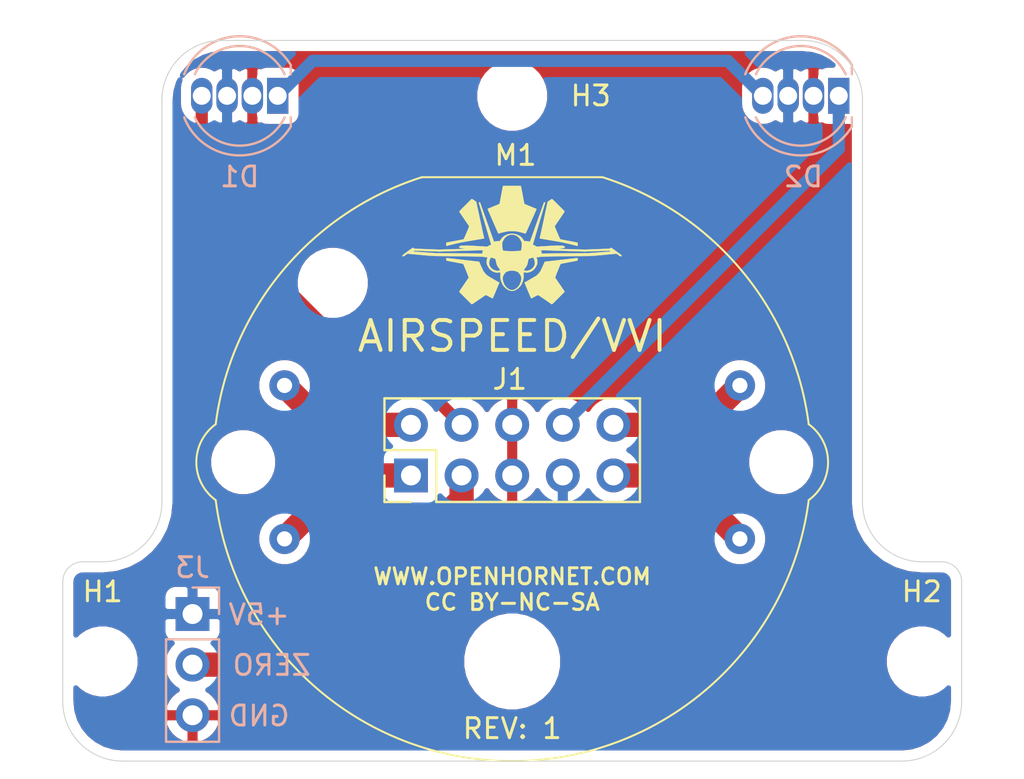
<source format=kicad_pcb>
(kicad_pcb (version 20171130) (host pcbnew "(5.1.9)-1")

  (general
    (thickness 1.6)
    (drawings 28)
    (tracks 20)
    (zones 0)
    (modules 9)
    (nets 11)
  )

  (page A4)
  (layers
    (0 F.Cu signal)
    (31 B.Cu signal)
    (32 B.Adhes user)
    (33 F.Adhes user)
    (34 B.Paste user)
    (35 F.Paste user)
    (36 B.SilkS user)
    (37 F.SilkS user)
    (38 B.Mask user)
    (39 F.Mask user)
    (40 Dwgs.User user)
    (41 Cmts.User user)
    (42 Eco1.User user)
    (43 Eco2.User user)
    (44 Edge.Cuts user)
    (45 Margin user)
    (46 B.CrtYd user)
    (47 F.CrtYd user)
    (48 B.Fab user)
    (49 F.Fab user)
  )

  (setup
    (last_trace_width 1.6256)
    (user_trace_width 0.3048)
    (user_trace_width 0.6096)
    (user_trace_width 1.2192)
    (user_trace_width 1.6256)
    (trace_clearance 0.2)
    (zone_clearance 0.508)
    (zone_45_only no)
    (trace_min 0.2)
    (via_size 0.8)
    (via_drill 0.4)
    (via_min_size 0.4)
    (via_min_drill 0.3)
    (uvia_size 0.3)
    (uvia_drill 0.1)
    (uvias_allowed no)
    (uvia_min_size 0.2)
    (uvia_min_drill 0.1)
    (edge_width 0.05)
    (segment_width 0.2)
    (pcb_text_width 0.3)
    (pcb_text_size 1.5 1.5)
    (mod_edge_width 0.12)
    (mod_text_size 1 1)
    (mod_text_width 0.15)
    (pad_size 2.2 2.2)
    (pad_drill 2.2)
    (pad_to_mask_clearance 0)
    (aux_axis_origin 0 0)
    (grid_origin 192.515515 78.484574)
    (visible_elements 7FFFFFFF)
    (pcbplotparams
      (layerselection 0x090fc_ffffffff)
      (usegerberextensions false)
      (usegerberattributes true)
      (usegerberadvancedattributes true)
      (creategerberjobfile true)
      (excludeedgelayer true)
      (linewidth 0.100000)
      (plotframeref false)
      (viasonmask false)
      (mode 1)
      (useauxorigin false)
      (hpglpennumber 1)
      (hpglpenspeed 20)
      (hpglpendiameter 15.000000)
      (psnegative false)
      (psa4output false)
      (plotreference true)
      (plotvalue true)
      (plotinvisibletext false)
      (padsonsilk false)
      (subtractmaskfromsilk false)
      (outputformat 1)
      (mirror false)
      (drillshape 0)
      (scaleselection 1)
      (outputdirectory "manufacturing"))
  )

  (net 0 "")
  (net 1 GND)
  (net 2 +5V)
  (net 3 /LED_DIN)
  (net 4 /LED_DOUT)
  (net 5 /ZERO_DETECT)
  (net 6 /COIL2)
  (net 7 /COIL1)
  (net 8 /COIL4)
  (net 9 /COIL3)
  (net 10 "Net-(D1-Pad1)")

  (net_class Default "This is the default net class."
    (clearance 0.2)
    (trace_width 0.25)
    (via_dia 0.8)
    (via_drill 0.4)
    (uvia_dia 0.3)
    (uvia_drill 0.1)
    (add_net +5V)
    (add_net /COIL1)
    (add_net /COIL2)
    (add_net /COIL3)
    (add_net /COIL4)
    (add_net /LED_DIN)
    (add_net /LED_DOUT)
    (add_net /ZERO_DETECT)
    (add_net GND)
    (add_net "Net-(D1-Pad1)")
  )

  (module "KiCAD Libraries:OH_LOGO_ONLY_11x6mm" (layer F.Cu) (tedit 5FB80A6A) (tstamp 61392A50)
    (at 179.937766 86.104574)
    (fp_text reference G*** (at 0 0) (layer F.SilkS) hide
      (effects (font (size 1.524 1.524) (thickness 0.3)))
    )
    (fp_text value OH_LOGO_ONLY_11x6mm (at 0.75 0) (layer F.SilkS) hide
      (effects (font (size 1.524 1.524) (thickness 0.3)))
    )
    (fp_poly (pts (xy -3.29887 0.518169) (xy -3.286057 0.519538) (xy -3.265826 0.521753) (xy -3.238674 0.524755)
      (xy -3.205097 0.528489) (xy -3.165594 0.532899) (xy -3.12066 0.537929) (xy -3.070793 0.543522)
      (xy -3.016491 0.549622) (xy -2.958249 0.556173) (xy -2.896566 0.563118) (xy -2.831938 0.570402)
      (xy -2.764862 0.577968) (xy -2.695835 0.58576) (xy -2.625355 0.593721) (xy -2.553919 0.601796)
      (xy -2.482022 0.609928) (xy -2.410164 0.618061) (xy -2.33884 0.626139) (xy -2.268548 0.634105)
      (xy -2.199784 0.641904) (xy -2.133047 0.649478) (xy -2.068832 0.656773) (xy -2.007637 0.663731)
      (xy -1.949959 0.670296) (xy -1.896295 0.676413) (xy -1.847142 0.682024) (xy -1.802998 0.687074)
      (xy -1.764358 0.691506) (xy -1.731721 0.695265) (xy -1.705584 0.698293) (xy -1.686442 0.700536)
      (xy -1.674794 0.701935) (xy -1.671738 0.702329) (xy -1.660177 0.704787) (xy -1.654389 0.70915)
      (xy -1.6518 0.716758) (xy -1.649553 0.723171) (xy -1.644162 0.736398) (xy -1.63602 0.755563)
      (xy -1.625522 0.77979) (xy -1.613062 0.8082) (xy -1.599034 0.839917) (xy -1.583832 0.874065)
      (xy -1.56785 0.909766) (xy -1.551483 0.946144) (xy -1.535125 0.982321) (xy -1.519171 1.017422)
      (xy -1.504013 1.050568) (xy -1.490047 1.080883) (xy -1.477667 1.10749) (xy -1.467267 1.129513)
      (xy -1.459241 1.146074) (xy -1.455307 1.153832) (xy -1.434436 1.189167) (xy -1.407821 1.227331)
      (xy -1.376899 1.26667) (xy -1.34311 1.30553) (xy -1.307893 1.342259) (xy -1.272685 1.375202)
      (xy -1.238926 1.402708) (xy -1.238433 1.403074) (xy -1.230815 1.408146) (xy -1.216594 1.417033)
      (xy -1.196493 1.429308) (xy -1.171238 1.444545) (xy -1.141554 1.462319) (xy -1.108165 1.482204)
      (xy -1.071797 1.503775) (xy -1.033174 1.526605) (xy -0.993021 1.550269) (xy -0.952063 1.574341)
      (xy -0.911024 1.598396) (xy -0.87063 1.622008) (xy -0.831606 1.64475) (xy -0.794675 1.666198)
      (xy -0.760564 1.685925) (xy -0.729996 1.703506) (xy -0.703698 1.718515) (xy -0.682392 1.730526)
      (xy -0.666806 1.739114) (xy -0.661527 1.741917) (xy -0.642659 1.751716) (xy -0.802948 2.139066)
      (xy -0.831406 2.207694) (xy -0.85752 2.270369) (xy -0.881201 2.326889) (xy -0.902362 2.377048)
      (xy -0.920916 2.420642) (xy -0.936774 2.457467) (xy -0.94985 2.48732) (xy -0.960055 2.509995)
      (xy -0.967302 2.525289) (xy -0.971505 2.532997) (xy -0.972187 2.533825) (xy -0.983067 2.539542)
      (xy -0.991996 2.541233) (xy -0.998024 2.539286) (xy -1.01064 2.533729) (xy -1.028988 2.524987)
      (xy -1.052213 2.513486) (xy -1.079458 2.499652) (xy -1.109869 2.48391) (xy -1.142591 2.466687)
      (xy -1.153657 2.4608) (xy -1.192894 2.439925) (xy -1.225452 2.422782) (xy -1.25209 2.409061)
      (xy -1.273568 2.398448) (xy -1.290646 2.390633) (xy -1.304084 2.385306) (xy -1.31464 2.382154)
      (xy -1.323076 2.380866) (xy -1.33015 2.381131) (xy -1.336622 2.382639) (xy -1.340816 2.384118)
      (xy -1.34566 2.387014) (xy -1.356977 2.394371) (xy -1.374265 2.405851) (xy -1.397024 2.421113)
      (xy -1.424752 2.439819) (xy -1.456949 2.461628) (xy -1.493113 2.486201) (xy -1.532744 2.513199)
      (xy -1.57534 2.542282) (xy -1.6204 2.57311) (xy -1.667423 2.605345) (xy -1.678166 2.612718)
      (xy -1.734322 2.651263) (xy -1.783932 2.685285) (xy -1.827434 2.71505) (xy -1.865264 2.740821)
      (xy -1.897859 2.762866) (xy -1.925657 2.781448) (xy -1.949094 2.796833) (xy -1.968607 2.809286)
      (xy -1.984634 2.819073) (xy -1.99761 2.826458) (xy -2.007974 2.831708) (xy -2.016163 2.835086)
      (xy -2.022612 2.836859) (xy -2.02776 2.837291) (xy -2.032043 2.836648) (xy -2.035898 2.835195)
      (xy -2.039763 2.833197) (xy -2.04065 2.832715) (xy -2.045189 2.828898) (xy -2.055183 2.819564)
      (xy -2.070132 2.805212) (xy -2.089538 2.78634) (xy -2.112904 2.763447) (xy -2.13973 2.737031)
      (xy -2.169519 2.70759) (xy -2.201772 2.675622) (xy -2.23599 2.641627) (xy -2.271675 2.606101)
      (xy -2.30833 2.569544) (xy -2.345455 2.532453) (xy -2.382553 2.495328) (xy -2.419124 2.458665)
      (xy -2.454671 2.422965) (xy -2.488695 2.388724) (xy -2.520699 2.356442) (xy -2.550182 2.326616)
      (xy -2.576648 2.299745) (xy -2.599598 2.276327) (xy -2.618534 2.25686) (xy -2.632956 2.241844)
      (xy -2.642368 2.231775) (xy -2.64627 2.227153) (xy -2.646289 2.227118) (xy -2.650465 2.217869)
      (xy -2.652274 2.208954) (xy -2.651285 2.199203) (xy -2.647061 2.187445) (xy -2.639169 2.172509)
      (xy -2.627174 2.153225) (xy -2.610643 2.128422) (xy -2.60852 2.125293) (xy -2.598883 2.111148)
      (xy -2.584945 2.090745) (xy -2.567199 2.064807) (xy -2.54614 2.034055) (xy -2.522261 1.999208)
      (xy -2.496056 1.960987) (xy -2.468021 1.920115) (xy -2.438648 1.877311) (xy -2.408433 1.833296)
      (xy -2.381479 1.79405) (xy -2.352098 1.751209) (xy -2.324024 1.710144) (xy -2.297642 1.671427)
      (xy -2.273336 1.635626) (xy -2.25149 1.603312) (xy -2.232489 1.575056) (xy -2.216717 1.551427)
      (xy -2.204559 1.532995) (xy -2.196399 1.520331) (xy -2.192621 1.514005) (xy -2.192493 1.513727)
      (xy -2.188391 1.500636) (xy -2.1867 1.488447) (xy -2.188264 1.482339) (xy -2.192764 1.469125)
      (xy -2.199909 1.44953) (xy -2.20941 1.424275) (xy -2.220977 1.394084) (xy -2.234319 1.359679)
      (xy -2.249146 1.321783) (xy -2.26517 1.28112) (xy -2.282099 1.238412) (xy -2.299644 1.194382)
      (xy -2.317515 1.149753) (xy -2.335421 1.105249) (xy -2.353074 1.061591) (xy -2.370182 1.019503)
      (xy -2.386456 0.979709) (xy -2.401607 0.94293) (xy -2.415343 0.90989) (xy -2.427376 0.881311)
      (xy -2.437414 0.857917) (xy -2.445169 0.840431) (xy -2.45035 0.829575) (xy -2.452261 0.826343)
      (xy -2.461022 0.817095) (xy -2.468857 0.810643) (xy -2.469812 0.810078) (xy -2.474897 0.808785)
      (xy -2.487728 0.806069) (xy -2.507725 0.802042) (xy -2.534306 0.796814) (xy -2.566893 0.790497)
      (xy -2.604903 0.783203) (xy -2.647757 0.775042) (xy -2.694875 0.766126) (xy -2.745675 0.756565)
      (xy -2.799578 0.746472) (xy -2.856003 0.735957) (xy -2.878931 0.731698) (xy -2.952205 0.718062)
      (xy -3.017435 0.705841) (xy -3.074914 0.694976) (xy -3.124934 0.685408) (xy -3.167789 0.677079)
      (xy -3.203772 0.669931) (xy -3.233175 0.663905) (xy -3.256293 0.658942) (xy -3.273418 0.654985)
      (xy -3.284843 0.651975) (xy -3.290862 0.649854) (xy -3.2916 0.649424) (xy -3.2999 0.642321)
      (xy -3.305733 0.633963) (xy -3.309513 0.622782) (xy -3.311654 0.607212) (xy -3.31257 0.585686)
      (xy -3.312704 0.569558) (xy -3.312663 0.54788) (xy -3.312317 0.533274) (xy -3.311426 0.524347)
      (xy -3.309751 0.519706) (xy -3.30705 0.517955) (xy -3.303767 0.517699) (xy -3.29887 0.518169)) (layer F.SilkS) (width 0.01))
    (fp_poly (pts (xy 3.281297 0.517971) (xy 3.284133 0.519746) (xy 3.285827 0.524463) (xy 3.286674 0.533561)
      (xy 3.286967 0.548481) (xy 3.287 0.566519) (xy 3.286304 0.595159) (xy 3.283999 0.616679)
      (xy 3.279759 0.632326) (xy 3.273258 0.643349) (xy 3.265129 0.650398) (xy 3.25954 0.652112)
      (xy 3.24615 0.65524) (xy 3.225488 0.659676) (xy 3.198081 0.665318) (xy 3.164459 0.672061)
      (xy 3.12515 0.679802) (xy 3.080683 0.688435) (xy 3.031586 0.697858) (xy 2.978387 0.707967)
      (xy 2.921615 0.718657) (xy 2.8618 0.729824) (xy 2.853468 0.731372) (xy 2.796235 0.742026)
      (xy 2.741299 0.752299) (xy 2.689241 0.762082) (xy 2.64064 0.771262) (xy 2.596077 0.779729)
      (xy 2.556131 0.787371) (xy 2.521383 0.794077) (xy 2.492413 0.799736) (xy 2.469801 0.804238)
      (xy 2.454127 0.80747) (xy 2.445972 0.809321) (xy 2.444951 0.809647) (xy 2.440661 0.812275)
      (xy 2.436454 0.815711) (xy 2.432098 0.820467) (xy 2.427362 0.827052) (xy 2.422016 0.835977)
      (xy 2.415827 0.847753) (xy 2.408566 0.862891) (xy 2.400001 0.8819) (xy 2.389901 0.905291)
      (xy 2.378035 0.933576) (xy 2.364172 0.967264) (xy 2.348081 1.006866) (xy 2.329531 1.052893)
      (xy 2.308292 1.105855) (xy 2.288278 1.155887) (xy 2.26201 1.221765) (xy 2.238934 1.279999)
      (xy 2.218982 1.330761) (xy 2.20209 1.374223) (xy 2.188193 1.410556) (xy 2.177225 1.439931)
      (xy 2.169121 1.462522) (xy 2.163816 1.478498) (xy 2.161243 1.488033) (xy 2.16096 1.49032)
      (xy 2.162676 1.504519) (xy 2.166801 1.517313) (xy 2.1671 1.517904) (xy 2.170364 1.52308)
      (xy 2.178069 1.534712) (xy 2.189862 1.552279) (xy 2.205389 1.575263) (xy 2.224294 1.60314)
      (xy 2.246225 1.635391) (xy 2.270828 1.671495) (xy 2.297747 1.710931) (xy 2.326629 1.753179)
      (xy 2.35712 1.797717) (xy 2.385857 1.839638) (xy 2.417699 1.886061) (xy 2.448411 1.93084)
      (xy 2.477623 1.973432) (xy 2.504963 2.013298) (xy 2.53006 2.049896) (xy 2.552545 2.082686)
      (xy 2.572045 2.111127) (xy 2.588191 2.134678) (xy 2.60061 2.152799) (xy 2.608934 2.164948)
      (xy 2.61255 2.170233) (xy 2.623167 2.189565) (xy 2.6266 2.206184) (xy 2.626402 2.208863)
      (xy 2.625581 2.211884) (xy 2.623796 2.215603) (xy 2.620708 2.220378) (xy 2.615975 2.226565)
      (xy 2.609259 2.234523) (xy 2.600218 2.244607) (xy 2.588513 2.257176) (xy 2.573802 2.272587)
      (xy 2.555747 2.291196) (xy 2.534006 2.313362) (xy 2.508239 2.339441) (xy 2.478107 2.36979)
      (xy 2.443268 2.404767) (xy 2.403383 2.44473) (xy 2.358111 2.490034) (xy 2.318593 2.529559)
      (xy 2.267698 2.580515) (xy 2.222482 2.625851) (xy 2.182562 2.665859) (xy 2.147554 2.70083)
      (xy 2.117076 2.731053) (xy 2.090743 2.756821) (xy 2.068173 2.778423) (xy 2.048982 2.796151)
      (xy 2.032786 2.810296) (xy 2.019204 2.821148) (xy 2.00785 2.828998) (xy 1.998341 2.834137)
      (xy 1.990295 2.836855) (xy 1.983328 2.837445) (xy 1.977057 2.836196) (xy 1.971098 2.833399)
      (xy 1.965067 2.829345) (xy 1.958583 2.824325) (xy 1.95126 2.81863) (xy 1.944227 2.813568)
      (xy 1.935338 2.80749) (xy 1.92006 2.797027) (xy 1.898982 2.782582) (xy 1.872697 2.764563)
      (xy 1.841794 2.743373) (xy 1.806865 2.719418) (xy 1.7685 2.693104) (xy 1.727291 2.664835)
      (xy 1.683827 2.635016) (xy 1.638701 2.604054) (xy 1.612951 2.586384) (xy 1.560205 2.550208)
      (xy 1.513963 2.518545) (xy 1.473766 2.491096) (xy 1.439152 2.467561) (xy 1.40966 2.447641)
      (xy 1.384831 2.431037) (xy 1.364202 2.417449) (xy 1.347313 2.406578) (xy 1.333703 2.398126)
      (xy 1.322911 2.391791) (xy 1.314477 2.387275) (xy 1.307939 2.384279) (xy 1.302837 2.382504)
      (xy 1.29871 2.381649) (xy 1.297568 2.381525) (xy 1.292408 2.381295) (xy 1.286968 2.381755)
      (xy 1.280481 2.383261) (xy 1.272179 2.38617) (xy 1.261298 2.390835) (xy 1.247069 2.397614)
      (xy 1.228725 2.406862) (xy 1.2055 2.418933) (xy 1.176628 2.434184) (xy 1.141341 2.452971)
      (xy 1.127154 2.460543) (xy 1.085806 2.482454) (xy 1.049819 2.501179) (xy 1.019558 2.516541)
      (xy 0.995384 2.52836) (xy 0.97766 2.536457) (xy 0.966747 2.540652) (xy 0.96385 2.541233)
      (xy 0.95069 2.537616) (xy 0.943023 2.531708) (xy 0.940406 2.526737) (xy 0.934794 2.514483)
      (xy 0.926416 2.495492) (xy 0.915501 2.47031) (xy 0.902277 2.439483) (xy 0.886975 2.403556)
      (xy 0.869822 2.363075) (xy 0.851049 2.318587) (xy 0.830883 2.270636) (xy 0.809555 2.219768)
      (xy 0.787293 2.166531) (xy 0.764327 2.111468) (xy 0.740885 2.055127) (xy 0.717196 1.998052)
      (xy 0.69349 1.94079) (xy 0.669996 1.883887) (xy 0.646942 1.827888) (xy 0.624558 1.773339)
      (xy 0.617163 1.755274) (xy 0.618833 1.750193) (xy 0.622872 1.747915) (xy 0.628851 1.745041)
      (xy 0.641415 1.738246) (xy 0.659875 1.727936) (xy 0.683537 1.714516) (xy 0.711709 1.698391)
      (xy 0.743701 1.679966) (xy 0.77882 1.659646) (xy 0.816373 1.637837) (xy 0.85567 1.614944)
      (xy 0.896019 1.591371) (xy 0.936727 1.567525) (xy 0.977103 1.54381) (xy 1.016454 1.520631)
      (xy 1.054089 1.498393) (xy 1.089317 1.477502) (xy 1.121444 1.458363) (xy 1.14978 1.441381)
      (xy 1.173632 1.426961) (xy 1.192309 1.415509) (xy 1.205118 1.407428) (xy 1.210445 1.403835)
      (xy 1.244106 1.376778) (xy 1.279646 1.34381) (xy 1.315451 1.306731) (xy 1.349907 1.267343)
      (xy 1.381398 1.227445) (xy 1.40831 1.188839) (xy 1.419556 1.170565) (xy 1.424488 1.161236)
      (xy 1.432359 1.145243) (xy 1.442759 1.123489) (xy 1.455276 1.096877) (xy 1.469502 1.066312)
      (xy 1.485025 1.032697) (xy 1.501434 0.996935) (xy 1.518321 0.95993) (xy 1.535273 0.922587)
      (xy 1.551882 0.885807) (xy 1.567737 0.850496) (xy 1.582426 0.817556) (xy 1.595541 0.787892)
      (xy 1.60667 0.762406) (xy 1.615403 0.742003) (xy 1.621331 0.727586) (xy 1.623885 0.720617)
      (xy 1.627078 0.710289) (xy 1.629073 0.704451) (xy 1.629327 0.703966) (xy 1.633512 0.703495)
      (xy 1.645706 0.702113) (xy 1.665504 0.699866) (xy 1.692502 0.696799) (xy 1.726297 0.692958)
      (xy 1.766485 0.688391) (xy 1.812662 0.683141) (xy 1.864423 0.677256) (xy 1.921365 0.670781)
      (xy 1.983083 0.663763) (xy 2.049175 0.656247) (xy 2.119236 0.648278) (xy 2.192861 0.639904)
      (xy 2.269648 0.631169) (xy 2.349191 0.622121) (xy 2.431088 0.612804) (xy 2.448416 0.610833)
      (xy 2.530904 0.601454) (xy 2.611211 0.592335) (xy 2.688925 0.583521) (xy 2.763637 0.575059)
      (xy 2.834937 0.566994) (xy 2.902414 0.559373) (xy 2.965658 0.552242) (xy 3.024259 0.545647)
      (xy 3.077807 0.539634) (xy 3.125891 0.53425) (xy 3.168101 0.529539) (xy 3.204027 0.52555)
      (xy 3.233259 0.522326) (xy 3.255386 0.519915) (xy 3.269999 0.518363) (xy 3.276687 0.517716)
      (xy 3.277025 0.517699) (xy 3.281297 0.517971)) (layer F.SilkS) (width 0.01))
    (fp_poly (pts (xy -1.623001 -2.279058) (xy -1.616662 -2.275886) (xy -1.612835 -2.268706) (xy -1.612626 -2.268129)
      (xy -1.610139 -2.261156) (xy -1.604976 -2.246668) (xy -1.597302 -2.225127) (xy -1.587281 -2.196993)
      (xy -1.575078 -2.162729) (xy -1.560857 -2.122796) (xy -1.544781 -2.077654) (xy -1.527016 -2.027766)
      (xy -1.507725 -1.973593) (xy -1.487073 -1.915596) (xy -1.465224 -1.854236) (xy -1.442342 -1.789975)
      (xy -1.418592 -1.723275) (xy -1.394138 -1.654596) (xy -1.369144 -1.5844) (xy -1.343774 -1.513149)
      (xy -1.318193 -1.441304) (xy -1.292566 -1.369326) (xy -1.267055 -1.297676) (xy -1.241826 -1.226816)
      (xy -1.217043 -1.157208) (xy -1.19287 -1.089312) (xy -1.169471 -1.02359) (xy -1.147011 -0.960504)
      (xy -1.125655 -0.900515) (xy -1.105565 -0.844084) (xy -1.086906 -0.791672) (xy -1.069844 -0.743742)
      (xy -1.054542 -0.700753) (xy -1.041163 -0.663169) (xy -1.029874 -0.63145) (xy -1.027414 -0.624537)
      (xy -1.009582 -0.574451) (xy -0.992572 -0.526706) (xy -0.976596 -0.481899) (xy -0.961866 -0.440625)
      (xy -0.948597 -0.403478) (xy -0.937 -0.371056) (xy -0.927289 -0.343952) (xy -0.919677 -0.322763)
      (xy -0.914376 -0.308083) (xy -0.911599 -0.300509) (xy -0.911227 -0.299573) (xy -0.90715 -0.300306)
      (xy -0.898226 -0.303524) (xy -0.895666 -0.304571) (xy -0.878183 -0.310156) (xy -0.853615 -0.315532)
      (xy -0.823344 -0.320526) (xy -0.788752 -0.324967) (xy -0.75122 -0.328683) (xy -0.712131 -0.331501)
      (xy -0.672865 -0.33325) (xy -0.663382 -0.333496) (xy -0.618853 -0.334474) (xy -0.598428 -0.368909)
      (xy -0.573796 -0.407225) (xy -0.545233 -0.446258) (xy -0.514209 -0.484292) (xy -0.482198 -0.519607)
      (xy -0.450671 -0.550486) (xy -0.422661 -0.574033) (xy -0.393486 -0.593583) (xy -0.357512 -0.613411)
      (xy -0.316354 -0.632852) (xy -0.271627 -0.651239) (xy -0.224946 -0.667907) (xy -0.177925 -0.682189)
      (xy -0.134293 -0.692967) (xy -0.10058 -0.698445) (xy -0.061201 -0.701906) (xy -0.018714 -0.703349)
      (xy 0.024323 -0.702775) (xy 0.065353 -0.700182) (xy 0.101819 -0.695572) (xy 0.115473 -0.692967)
      (xy 0.16758 -0.679931) (xy 0.219625 -0.663568) (xy 0.270073 -0.644532) (xy 0.317387 -0.623478)
      (xy 0.360031 -0.60106) (xy 0.39647 -0.577932) (xy 0.411011 -0.567007) (xy 0.441657 -0.540027)
      (xy 0.473848 -0.507348) (xy 0.505824 -0.471064) (xy 0.535823 -0.433271) (xy 0.562085 -0.396064)
      (xy 0.581304 -0.364386) (xy 0.597695 -0.33452) (xy 0.645509 -0.333479) (xy 0.700787 -0.331055)
      (xy 0.754764 -0.326351) (xy 0.805613 -0.319603) (xy 0.851504 -0.311048) (xy 0.885563 -0.302438)
      (xy 0.886283 -0.302572) (xy 0.887245 -0.303507) (xy 0.88854 -0.305488) (xy 0.890256 -0.308764)
      (xy 0.892483 -0.313579) (xy 0.895309 -0.320182) (xy 0.898824 -0.328819) (xy 0.903117 -0.339737)
      (xy 0.908277 -0.353182) (xy 0.914393 -0.3694) (xy 0.921554 -0.38864) (xy 0.92985 -0.411147)
      (xy 0.939369 -0.437168) (xy 0.950201 -0.466949) (xy 0.962435 -0.500739) (xy 0.97616 -0.538782)
      (xy 0.991465 -0.581326) (xy 1.00844 -0.628618) (xy 1.027172 -0.680904) (xy 1.047753 -0.738431)
      (xy 1.07027 -0.801446) (xy 1.094812 -0.870195) (xy 1.12147 -0.944925) (xy 1.150332 -1.025883)
      (xy 1.181487 -1.113315) (xy 1.215024 -1.207469) (xy 1.251033 -1.30859) (xy 1.289603 -1.416926)
      (xy 1.330822 -1.532723) (xy 1.37478 -1.656228) (xy 1.378989 -1.668054) (xy 1.595949 -2.277654)
      (xy 1.614618 -2.278904) (xy 1.627709 -2.2788) (xy 1.636831 -2.275224) (xy 1.645319 -2.267597)
      (xy 1.65735 -2.255039) (xy 1.347259 -1.208294) (xy 1.037168 -0.161548) (xy 1.048233 -0.152725)
      (xy 1.055082 -0.148313) (xy 1.068267 -0.140741) (xy 1.086571 -0.130675) (xy 1.108775 -0.118777)
      (xy 1.133663 -0.105712) (xy 1.148712 -0.097931) (xy 1.238128 -0.051959) (xy 1.541459 -0.069561)
      (xy 1.631447 -0.074776) (xy 1.713436 -0.079508) (xy 1.787877 -0.083779) (xy 1.855224 -0.087609)
      (xy 1.915929 -0.09102) (xy 1.970444 -0.094032) (xy 2.019221 -0.096665) (xy 2.062713 -0.098941)
      (xy 2.101373 -0.100881) (xy 2.135651 -0.102505) (xy 2.166002 -0.103835) (xy 2.192877 -0.10489)
      (xy 2.216728 -0.105693) (xy 2.238008 -0.106263) (xy 2.25717 -0.106622) (xy 2.274665 -0.10679)
      (xy 2.290946 -0.106789) (xy 2.306466 -0.106639) (xy 2.321676 -0.106361) (xy 2.33374 -0.106065)
      (xy 2.393041 -0.104114) (xy 2.445346 -0.101629) (xy 2.490343 -0.098633) (xy 2.527716 -0.095149)
      (xy 2.557153 -0.091201) (xy 2.572026 -0.088364) (xy 2.596809 -0.079946) (xy 2.616118 -0.066416)
      (xy 2.631506 -0.046494) (xy 2.638228 -0.033705) (xy 2.642305 -0.025314) (xy 2.645359 -0.018461)
      (xy 2.646676 -0.012849) (xy 2.645546 -0.00818) (xy 2.641258 -0.004157) (xy 2.633099 -0.000482)
      (xy 2.620358 0.003142) (xy 2.602323 0.007013) (xy 2.578284 0.011429) (xy 2.547528 0.016686)
      (xy 2.509345 0.023083) (xy 2.497781 0.025025) (xy 2.453232 0.032555) (xy 2.416523 0.03884)
      (xy 2.387134 0.043983) (xy 2.364546 0.048084) (xy 2.34824 0.051244) (xy 2.337697 0.053564)
      (xy 2.332396 0.055145) (xy 2.33182 0.056088) (xy 2.335447 0.056494) (xy 2.335856 0.056506)
      (xy 2.340985 0.056657) (xy 2.354109 0.057056) (xy 2.374763 0.057688) (xy 2.402479 0.058538)
      (xy 2.436792 0.059591) (xy 2.477234 0.060835) (xy 2.52334 0.062254) (xy 2.574642 0.063833)
      (xy 2.630674 0.06556) (xy 2.690969 0.067418) (xy 2.755062 0.069394) (xy 2.822484 0.071474)
      (xy 2.892769 0.073642) (xy 2.965452 0.075885) (xy 2.990137 0.076648) (xy 3.635951 0.096586)
      (xy 4.226271 0.074593) (xy 4.297254 0.071944) (xy 4.36653 0.069348) (xy 4.433562 0.066827)
      (xy 4.497814 0.064402) (xy 4.55875 0.062092) (xy 4.615833 0.059919) (xy 4.668527 0.057902)
      (xy 4.716296 0.056063) (xy 4.758603 0.054422) (xy 4.794913 0.053) (xy 4.824688 0.051816)
      (xy 4.847393 0.050892) (xy 4.862491 0.050249) (xy 4.867631 0.050008) (xy 4.918672 0.047416)
      (xy 4.916891 0.035282) (xy 4.917626 0.019579) (xy 4.924566 0.008846) (xy 4.936851 0.003388)
      (xy 4.953618 0.003509) (xy 4.974009 0.009515) (xy 4.980894 0.012601) (xy 4.987271 0.016497)
      (xy 4.999783 0.024878) (xy 5.017722 0.037237) (xy 5.040385 0.053068) (xy 5.067064 0.071865)
      (xy 5.097055 0.093122) (xy 5.129652 0.116333) (xy 5.16415 0.140993) (xy 5.199842 0.166593)
      (xy 5.236023 0.192629) (xy 5.271988 0.218595) (xy 5.307031 0.243984) (xy 5.340446 0.26829)
      (xy 5.371528 0.291008) (xy 5.399571 0.31163) (xy 5.42387 0.329651) (xy 5.443719 0.344565)
      (xy 5.444274 0.344985) (xy 5.465537 0.364089) (xy 5.479792 0.384382) (xy 5.487666 0.404768)
      (xy 5.49 0.42) (xy 5.486829 0.430265) (xy 5.477558 0.435982) (xy 5.461593 0.437573)
      (xy 5.443334 0.436122) (xy 5.435861 0.434891) (xy 5.428393 0.432764) (xy 5.419951 0.429165)
      (xy 5.409555 0.423519) (xy 5.396225 0.41525) (xy 5.378982 0.403784) (xy 5.356846 0.388543)
      (xy 5.328837 0.368954) (xy 5.328053 0.368403) (xy 5.23569 0.303548) (xy 5.151023 0.311479)
      (xy 5.117432 0.314611) (xy 5.077749 0.318287) (xy 5.032674 0.322443) (xy 4.982906 0.327016)
      (xy 4.929145 0.331942) (xy 4.872089 0.337159) (xy 4.812438 0.342602) (xy 4.75089 0.348208)
      (xy 4.688145 0.353915) (xy 4.624901 0.359658) (xy 4.561859 0.365374) (xy 4.499717 0.371001)
      (xy 4.439174 0.376474) (xy 4.38093 0.38173) (xy 4.325683 0.386706) (xy 4.274132 0.391338)
      (xy 4.226978 0.395564) (xy 4.184918 0.399319) (xy 4.148652 0.402541) (xy 4.118879 0.405166)
      (xy 4.096299 0.407131) (xy 4.084223 0.408156) (xy 4.064431 0.409712) (xy 4.04404 0.411109)
      (xy 4.022384 0.412366) (xy 3.998796 0.413501) (xy 3.97261 0.414531) (xy 3.943161 0.415475)
      (xy 3.909782 0.41635) (xy 3.871807 0.417173) (xy 3.82857 0.417963) (xy 3.779405 0.418737)
      (xy 3.723646 0.419514) (xy 3.660626 0.42031) (xy 3.60374 0.420982) (xy 3.554584 0.421552)
      (xy 3.507333 0.422105) (xy 3.461498 0.422647) (xy 3.41659 0.423185) (xy 3.372118 0.423727)
      (xy 3.327592 0.424278) (xy 3.282523 0.424845) (xy 3.236421 0.425434) (xy 3.188796 0.426053)
      (xy 3.139158 0.426707) (xy 3.087018 0.427404) (xy 3.031886 0.42815) (xy 2.973273 0.428952)
      (xy 2.910687 0.429816) (xy 2.84364 0.430748) (xy 2.771642 0.431756) (xy 2.694203 0.432846)
      (xy 2.610834 0.434025) (xy 2.521043 0.435299) (xy 2.424343 0.436674) (xy 2.320242 0.438158)
      (xy 2.208252 0.439757) (xy 2.18769 0.440051) (xy 2.094794 0.441379) (xy 2.009983 0.442595)
      (xy 1.932872 0.443709) (xy 1.863081 0.444731) (xy 1.800227 0.44567) (xy 1.743928 0.446535)
      (xy 1.693801 0.447337) (xy 1.649464 0.448084) (xy 1.610536 0.448787) (xy 1.576634 0.449455)
      (xy 1.547376 0.450097) (xy 1.522379 0.450724) (xy 1.501262 0.451345) (xy 1.483642 0.451969)
      (xy 1.469136 0.452606) (xy 1.457364 0.453265) (xy 1.447942 0.453957) (xy 1.440489 0.45469)
      (xy 1.434622 0.455475) (xy 1.429959 0.456321) (xy 1.426118 0.457237) (xy 1.422716 0.458233)
      (xy 1.419372 0.459319) (xy 1.41934 0.45933) (xy 1.396497 0.46512) (xy 1.367038 0.469888)
      (xy 1.332772 0.473437) (xy 1.29551 0.475572) (xy 1.264537 0.476129) (xy 1.243499 0.476227)
      (xy 1.229607 0.476661) (xy 1.221544 0.47764) (xy 1.217991 0.479376) (xy 1.217629 0.482079)
      (xy 1.218105 0.483538) (xy 1.226562 0.506823) (xy 1.23546 0.5338) (xy 1.244078 0.562035)
      (xy 1.251696 0.589098) (xy 1.257594 0.612555) (xy 1.260518 0.62668) (xy 1.263297 0.64735)
      (xy 1.265471 0.672522) (xy 1.266738 0.698239) (xy 1.26694 0.711262) (xy 1.266081 0.744186)
      (xy 1.26323 0.774846) (xy 1.257976 0.804369) (xy 1.249909 0.833885) (xy 1.238617 0.864523)
      (xy 1.22369 0.897414) (xy 1.204716 0.933686) (xy 1.181286 0.974468) (xy 1.156145 1.015805)
      (xy 1.142931 1.03435) (xy 1.124563 1.056324) (xy 1.102669 1.080087) (xy 1.078878 1.104)
      (xy 1.054818 1.126426) (xy 1.032119 1.145725) (xy 1.01294 1.159908) (xy 0.957395 1.192656)
      (xy 0.900279 1.218616) (xy 0.842411 1.237615) (xy 0.784614 1.24948) (xy 0.727708 1.254034)
      (xy 0.672515 1.251105) (xy 0.62559 1.242087) (xy 0.609074 1.23784) (xy 0.59526 1.234498)
      (xy 0.586552 1.232637) (xy 0.585373 1.232461) (xy 0.582546 1.233582) (xy 0.580416 1.238468)
      (xy 0.578756 1.248357) (xy 0.577342 1.264489) (xy 0.576243 1.28258) (xy 0.574262 1.321191)
      (xy 0.57297 1.352936) (xy 0.572352 1.379387) (xy 0.572392 1.402115) (xy 0.573074 1.422691)
      (xy 0.574384 1.442686) (xy 0.574654 1.445966) (xy 0.575248 1.485243) (xy 0.571146 1.530182)
      (xy 0.56262 1.579592) (xy 0.549944 1.632281) (xy 0.533393 1.687057) (xy 0.513239 1.742728)
      (xy 0.498188 1.77917) (xy 0.473761 1.83051) (xy 0.446814 1.876945) (xy 0.415881 1.920609)
      (xy 0.379497 1.963634) (xy 0.350465 1.994046) (xy 0.294896 2.045112) (xy 0.238067 2.087836)
      (xy 0.179916 2.122258) (xy 0.120379 2.148416) (xy 0.087957 2.159025) (xy 0.058574 2.165638)
      (xy 0.025112 2.170124) (xy -0.009347 2.172278) (xy -0.04172 2.171899) (xy -0.06656 2.169216)
      (xy -0.113731 2.157617) (xy -0.16323 2.139185) (xy -0.213504 2.114613) (xy -0.262997 2.084595)
      (xy -0.27504 2.076339) (xy -0.299287 2.057732) (xy -0.326795 2.034003) (xy -0.355827 2.006864)
      (xy -0.384645 1.978026) (xy -0.411511 1.9492) (xy -0.434688 1.922099) (xy -0.444813 1.909113)
      (xy -0.469587 1.8721) (xy -0.493976 1.828245) (xy -0.517194 1.779164) (xy -0.538455 1.726471)
      (xy -0.550838 1.691096) (xy -0.563824 1.650516) (xy -0.574098 1.615203) (xy -0.581909 1.583329)
      (xy -0.587505 1.553063) (xy -0.588207 1.547163) (xy -0.47486 1.547163) (xy -0.473867 1.58145)
      (xy -0.470397 1.614981) (xy -0.464078 1.64971) (xy -0.45454 1.687591) (xy -0.441414 1.73058)
      (xy -0.438387 1.73978) (xy -0.414147 1.803718) (xy -0.386276 1.860424) (xy -0.354503 1.910439)
      (xy -0.348722 1.918277) (xy -0.309862 1.965087) (xy -0.267705 2.007139) (xy -0.223147 2.043813)
      (xy -0.177083 2.074491) (xy -0.13041 2.098555) (xy -0.084024 2.115388) (xy -0.052855 2.122429)
      (xy -0.029355 2.12558) (xy -0.008487 2.126304) (xy 0.014025 2.124623) (xy 0.027682 2.122822)
      (xy 0.073504 2.112252) (xy 0.119986 2.094106) (xy 0.166221 2.06913) (xy 0.211302 2.038068)
      (xy 0.254323 2.001667) (xy 0.294376 1.96067) (xy 0.330554 1.915824) (xy 0.361952 1.867872)
      (xy 0.380572 1.832913) (xy 0.405349 1.77652) (xy 0.425348 1.720201) (xy 0.440392 1.664945)
      (xy 0.450298 1.611741) (xy 0.454886 1.561579) (xy 0.453977 1.515447) (xy 0.44739 1.474335)
      (xy 0.446525 1.470963) (xy 0.434426 1.433876) (xy 0.41784 1.395527) (xy 0.397734 1.357422)
      (xy 0.375075 1.321072) (xy 0.350828 1.287983) (xy 0.325961 1.259666) (xy 0.301441 1.237628)
      (xy 0.293282 1.231785) (xy 0.251464 1.208032) (xy 0.203458 1.187782) (xy 0.150959 1.171443)
      (xy 0.095659 1.159422) (xy 0.039252 1.152128) (xy -0.016569 1.149968) (xy -0.042732 1.150878)
      (xy -0.094394 1.156149) (xy -0.145462 1.165408) (xy -0.194559 1.1782) (xy -0.240308 1.19407)
      (xy -0.281333 1.212566) (xy -0.316257 1.233232) (xy -0.334512 1.247165) (xy -0.35739 1.270012)
      (xy -0.380852 1.299389) (xy -0.403799 1.333527) (xy -0.425131 1.370657) (xy -0.44375 1.409012)
      (xy -0.458474 1.446583) (xy -0.465364 1.467378) (xy -0.469973 1.483504) (xy -0.472765 1.497813)
      (xy -0.474206 1.513154) (xy -0.47476 1.532378) (xy -0.47486 1.547163) (xy -0.588207 1.547163)
      (xy -0.591134 1.522579) (xy -0.593046 1.490047) (xy -0.593488 1.453639) (xy -0.59271 1.411525)
      (xy -0.591963 1.388413) (xy -0.591921 1.376354) (xy -0.592364 1.359178) (xy -0.593195 1.338509)
      (xy -0.59432 1.315969) (xy -0.59564 1.293182) (xy -0.59706 1.27177) (xy -0.598483 1.253358)
      (xy -0.599813 1.239567) (xy -0.600953 1.232022) (xy -0.601303 1.231142) (xy -0.605868 1.231467)
      (xy -0.616634 1.233811) (xy -0.631699 1.237733) (xy -0.640392 1.24019) (xy -0.691814 1.250807)
      (xy -0.746267 1.253916) (xy -0.802945 1.249556) (xy -0.861042 1.237766) (xy -0.894186 1.227835)
      (xy -0.955666 1.203448) (xy -1.011827 1.172981) (xy -1.06395 1.135661) (xy -1.101077 1.102789)
      (xy -1.126716 1.077201) (xy -1.147759 1.05371) (xy -1.166276 1.02968) (xy -1.184336 1.002473)
      (xy -1.199186 0.977779) (xy -1.221705 0.938354) (xy -1.239864 0.904448) (xy -1.254206 0.874679)
      (xy -1.265273 0.847662) (xy -1.273607 0.822014) (xy -1.279752 0.796352) (xy -1.281325 0.786886)
      (xy -1.15331 0.786886) (xy -1.146844 0.837158) (xy -1.132675 0.886003) (xy -1.110756 0.934046)
      (xy -1.100994 0.951205) (xy -1.082474 0.978034) (xy -1.058572 1.006519) (xy -1.031436 1.03444)
      (xy -1.003213 1.059578) (xy -0.977728 1.07861) (xy -0.934163 1.104278) (xy -0.887475 1.125898)
      (xy -0.840178 1.142454) (xy -0.794786 1.152934) (xy -0.792577 1.153286) (xy -0.76875 1.155488)
      (xy -0.741047 1.155723) (xy -0.712604 1.154155) (xy -0.686555 1.150948) (xy -0.667693 1.146777)
      (xy -0.654764 1.142324) (xy -0.639205 1.136141) (xy -0.623516 1.129325) (xy -0.610197 1.122971)
      (xy -0.601747 1.118177) (xy -0.600745 1.117402) (xy -0.60243 1.114552) (xy 0.58487 1.114552)
      (xy 0.58636 1.11972) (xy 0.592342 1.124341) (xy 0.602307 1.129761) (xy 0.637952 1.144247)
      (xy 0.678542 1.152842) (xy 0.722869 1.15547) (xy 0.769723 1.152054) (xy 0.81525 1.143199)
      (xy 0.87074 1.124898) (xy 0.924185 1.098972) (xy 0.97415 1.066237) (xy 1.019203 1.027512)
      (xy 1.020896 1.025837) (xy 1.058062 0.983428) (xy 1.088705 0.936986) (xy 1.112143 0.887677)
      (xy 1.125354 0.846546) (xy 1.130617 0.816405) (xy 1.132916 0.781149) (xy 1.132291 0.743583)
      (xy 1.12878 0.706508) (xy 1.122998 0.675096) (xy 1.117418 0.654414) (xy 1.110004 0.630832)
      (xy 1.101271 0.605612) (xy 1.091731 0.580018) (xy 1.081899 0.555311) (xy 1.072288 0.532753)
      (xy 1.063411 0.513607) (xy 1.055783 0.499135) (xy 1.049916 0.490599) (xy 1.04721 0.488829)
      (xy 1.041682 0.490204) (xy 1.030092 0.493915) (xy 1.014313 0.499345) (xy 1.001508 0.503934)
      (xy 0.982333 0.510644) (xy 0.957721 0.518858) (xy 0.930358 0.5277) (xy 0.902932 0.536294)
      (xy 0.892571 0.539458) (xy 0.825118 0.559878) (xy 0.803124 0.658762) (xy 0.792352 0.706714)
      (xy 0.782952 0.747306) (xy 0.774638 0.781483) (xy 0.767123 0.810188) (xy 0.76012 0.834364)
      (xy 0.753342 0.854954) (xy 0.746503 0.872903) (xy 0.739316 0.889153) (xy 0.731494 0.904648)
      (xy 0.72461 0.917092) (xy 0.704756 0.949839) (xy 0.680925 0.985878) (xy 0.655057 1.022446)
      (xy 0.629095 1.056782) (xy 0.609564 1.080782) (xy 0.59625 1.09658) (xy 0.588093 1.107338)
      (xy 0.58487 1.114552) (xy -0.60243 1.114552) (xy -0.602804 1.11392) (xy -0.60938 1.105206)
      (xy -0.619511 1.092486) (xy -0.632238 1.076983) (xy -0.635525 1.07304) (xy -0.660717 1.041415)
      (xy -0.686612 1.006238) (xy -0.711556 0.969917) (xy -0.733893 0.934864) (xy -0.751855 0.903696)
      (xy -0.760761 0.885225) (xy -0.769632 0.862858) (xy -0.778693 0.835834) (xy -0.788167 0.803392)
      (xy -0.798278 0.764771) (xy -0.809251 0.719208) (xy -0.819751 0.672979) (xy -0.825978 0.644955)
      (xy -0.831677 0.619306) (xy -0.836564 0.59732) (xy -0.84035 0.580281) (xy -0.842753 0.569475)
      (xy -0.8434 0.566566) (xy -0.847977 0.559362) (xy -0.858842 0.555075) (xy -0.861329 0.554573)
      (xy -0.869852 0.552414) (xy -0.885032 0.547975) (xy -0.905503 0.541681) (xy -0.929898 0.533955)
      (xy -0.956851 0.525221) (xy -0.972012 0.520227) (xy -0.998771 0.511386) (xy -1.022757 0.503509)
      (xy -1.042835 0.496963) (xy -1.057868 0.49212) (xy -1.066721 0.489347) (xy -1.068614 0.488829)
      (xy -1.071577 0.492522) (xy -1.077 0.502617) (xy -1.084236 0.517645) (xy -1.092636 0.536133)
      (xy -1.101553 0.55661) (xy -1.110336 0.577605) (xy -1.118338 0.597646) (xy -1.124911 0.615262)
      (xy -1.12699 0.621286) (xy -1.143334 0.679574) (xy -1.152124 0.734566) (xy -1.15331 0.786886)
      (xy -1.281325 0.786886) (xy -1.28425 0.769293) (xy -1.285809 0.756913) (xy -1.288117 0.706212)
      (xy -1.283959 0.651794) (xy -1.273564 0.59513) (xy -1.257157 0.537687) (xy -1.247918 0.51209)
      (xy -1.24205 0.496724) (xy -1.237567 0.484747) (xy -1.235175 0.47805) (xy -1.23496 0.477284)
      (xy -1.238915 0.47683) (xy -1.249669 0.47646) (xy -1.265552 0.476214) (xy -1.28381 0.476129)
      (xy -1.321896 0.475278) (xy -1.358544 0.472856) (xy -1.391922 0.469063) (xy -1.420195 0.464099)
      (xy -1.43816 0.459336) (xy -1.440394 0.458541) (xy -1.442268 0.457797) (xy -1.444047 0.457101)
      (xy -1.445997 0.456446) (xy -1.448381 0.455828) (xy -1.451465 0.455241) (xy -1.455513 0.454681)
      (xy -1.46079 0.45414) (xy -1.467559 0.453616) (xy -1.476087 0.453102) (xy -1.486638 0.452593)
      (xy -1.499475 0.452084) (xy -1.514865 0.451569) (xy -1.533072 0.451044) (xy -1.554359 0.450503)
      (xy -1.578993 0.449942) (xy -1.607237 0.449353) (xy -1.639357 0.448734) (xy -1.675616 0.448078)
      (xy -1.71628 0.44738) (xy -1.761613 0.446634) (xy -1.81188 0.445837) (xy -1.867346 0.444981)
      (xy -1.928275 0.444063) (xy -1.994932 0.443077) (xy -2.067581 0.442018) (xy -2.146487 0.44088)
      (xy -2.231915 0.439658) (xy -2.32413 0.438347) (xy -2.423396 0.436943) (xy -2.529978 0.435438)
      (xy -2.64414 0.433829) (xy -2.766147 0.432111) (xy -2.896264 0.430277) (xy -2.94311 0.429616)
      (xy -2.996814 0.428872) (xy -3.057547 0.428053) (xy -3.123872 0.427178) (xy -3.194353 0.426265)
      (xy -3.267552 0.425332) (xy -3.342032 0.424398) (xy -3.416357 0.42348) (xy -3.48909 0.422597)
      (xy -3.558793 0.421767) (xy -3.62256 0.421025) (xy -3.701544 0.420063) (xy -3.772381 0.419084)
      (xy -3.835391 0.41808) (xy -3.890894 0.417044) (xy -3.93921 0.415967) (xy -3.980658 0.414843)
      (xy -4.01556 0.413663) (xy -4.044234 0.412421) (xy -4.067 0.411108) (xy -4.077643 0.41031)
      (xy -4.103956 0.408083) (xy -4.136552 0.405272) (xy -4.17483 0.401933) (xy -4.218189 0.39812)
      (xy -4.266027 0.393887) (xy -4.317744 0.38929) (xy -4.372737 0.384382) (xy -4.430406 0.379219)
      (xy -4.490148 0.373854) (xy -4.551363 0.368343) (xy -4.61345 0.362739) (xy -4.675806 0.357099)
      (xy -4.73783 0.351475) (xy -4.798922 0.345923) (xy -4.858479 0.340497) (xy -4.915901 0.335252)
      (xy -4.970586 0.330242) (xy -5.021932 0.325521) (xy -5.069338 0.321146) (xy -5.112203 0.317169)
      (xy -5.149926 0.313645) (xy -5.181904 0.31063) (xy -5.207537 0.308178) (xy -5.226224 0.306342)
      (xy -5.237362 0.305178) (xy -5.239825 0.304878) (xy -5.244775 0.304558) (xy -5.250143 0.305378)
      (xy -5.256826 0.307865) (xy -5.265722 0.312545) (xy -5.277728 0.319944) (xy -5.293741 0.33059)
      (xy -5.31466 0.345008) (xy -5.341381 0.363725) (xy -5.34757 0.36808) (xy -5.375859 0.387915)
      (xy -5.39825 0.40337) (xy -5.415713 0.415019) (xy -5.429215 0.423435) (xy -5.439727 0.42919)
      (xy -5.448217 0.432859) (xy -5.455655 0.435014) (xy -5.462721 0.436193) (xy -5.484214 0.437359)
      (xy -5.499667 0.434898) (xy -5.508286 0.428966) (xy -5.509201 0.427173) (xy -5.509565 0.419533)
      (xy -5.507706 0.407408) (xy -5.506092 0.400841) (xy -5.500322 0.386402) (xy -5.490478 0.372339)
      (xy -5.477008 0.358211) (xy -5.468951 0.351281) (xy -5.454937 0.340162) (xy -5.435677 0.32537)
      (xy -5.411883 0.307418) (xy -5.384264 0.286821) (xy -5.353532 0.264094) (xy -5.320398 0.239751)
      (xy -5.285573 0.214306) (xy -5.253638 0.191088) (xy -4.963112 0.191088) (xy -4.958831 0.191532)
      (xy -4.946604 0.192554) (xy -4.926927 0.194118) (xy -4.900299 0.196186) (xy -4.867217 0.19872)
      (xy -4.828178 0.201682) (xy -4.78368 0.205036) (xy -4.73422 0.208745) (xy -4.680297 0.212769)
      (xy -4.622407 0.217073) (xy -4.561049 0.221618) (xy -4.496719 0.226367) (xy -4.429915 0.231282)
      (xy -4.413976 0.232453) (xy -3.865977 0.272681) (xy -2.820343 0.282798) (xy -2.724872 0.283719)
      (xy -2.630593 0.284622) (xy -2.537936 0.285503) (xy -2.447327 0.286359) (xy -2.359196 0.287186)
      (xy -2.27397 0.287979) (xy -2.192079 0.288735) (xy -2.113949 0.289451) (xy -2.04001 0.290122)
      (xy -1.970689 0.290744) (xy -1.906414 0.291313) (xy -1.847615 0.291827) (xy -1.794719 0.29228)
      (xy -1.748153 0.292669) (xy -1.708348 0.29299) (xy -1.67573 0.293239) (xy -1.650728 0.293413)
      (xy -1.633952 0.293506) (xy -1.493194 0.294096) (xy -1.493194 0.253486) (xy -1.4918 0.223033)
      (xy -1.488012 0.190281) (xy -1.484541 0.170417) (xy -1.481056 0.152686) (xy -1.478496 0.138423)
      (xy -1.477164 0.129402) (xy -1.477132 0.127154) (xy -1.481415 0.127214) (xy -1.493806 0.127529)
      (xy -1.513952 0.128089) (xy -1.5415 0.128883) (xy -1.576095 0.129899) (xy -1.617383 0.131127)
      (xy -1.665012 0.132557) (xy -1.718627 0.134177) (xy -1.777874 0.135977) (xy -1.8424 0.137946)
      (xy -1.911851 0.140073) (xy -1.985873 0.142348) (xy -2.064113 0.144759) (xy -2.146216 0.147296)
      (xy -2.231829 0.149948) (xy -2.320599 0.152704) (xy -2.412171 0.155553) (xy -2.506191 0.158486)
      (xy -2.566719 0.160377) (xy -3.655062 0.194403) (xy -4.281219 0.170913) (xy -4.907377 0.147423)
      (xy -4.935813 0.168688) (xy -4.948608 0.178474) (xy -4.958127 0.186174) (xy -4.962868 0.190556)
      (xy -4.963112 0.191088) (xy -5.253638 0.191088) (xy -5.249767 0.188274) (xy -5.213692 0.162169)
      (xy -5.178058 0.136507) (xy -5.143576 0.1118) (xy -5.110957 0.088565) (xy -5.080913 0.067315)
      (xy -5.054153 0.048565) (xy -5.03139 0.032829) (xy -5.013333 0.020622) (xy -5.000694 0.012459)
      (xy -4.994371 0.008925) (xy -4.97568 0.003479) (xy -4.959127 0.00241) (xy -4.94677 0.005718)
      (xy -4.942916 0.008881) (xy -4.939089 0.017595) (xy -4.937235 0.029874) (xy -4.937203 0.031599)
      (xy -4.937203 0.047433) (xy -4.886306 0.050023) (xy -4.875977 0.050491) (xy -4.857725 0.051253)
      (xy -4.832085 0.052287) (xy -4.799597 0.053573) (xy -4.760796 0.055091) (xy -4.716221 0.056819)
      (xy -4.666407 0.058737) (xy -4.611893 0.060825) (xy -4.553216 0.063061) (xy -4.490912 0.065426)
      (xy -4.425519 0.067897) (xy -4.357574 0.070456) (xy -4.287615 0.073081) (xy -4.246977 0.074601)
      (xy -3.658544 0.096589) (xy -3.004493 0.076334) (xy -2.930782 0.074046) (xy -2.859395 0.071818)
      (xy -2.790789 0.069665) (xy -2.725419 0.067603) (xy -2.663744 0.065645) (xy -2.606219 0.063808)
      (xy -2.553301 0.062105) (xy -2.505447 0.060551) (xy -2.463114 0.059161) (xy -2.426758 0.05795)
      (xy -2.396835 0.056933) (xy -2.373804 0.056125) (xy -2.358119 0.055539) (xy -2.350238 0.055192)
      (xy -2.34936 0.055118) (xy -2.35298 0.054148) (xy -2.363708 0.052007) (xy -2.3803 0.048926)
      (xy -2.401514 0.045134) (xy -2.426108 0.040862) (xy -2.429793 0.040232) (xy -2.480494 0.03158)
      (xy -2.523482 0.024244) (xy -2.559386 0.018087) (xy -2.588834 0.012975) (xy -2.612454 0.00877)
      (xy -2.630875 0.005337) (xy -2.644726 0.00254) (xy -2.654635 0.000242) (xy -2.66123 -0.001692)
      (xy -2.66514 -0.003398) (xy -2.666993 -0.005013) (xy -2.667418 -0.006673) (xy -2.667043 -0.008513)
      (xy -2.666496 -0.01067) (xy -2.666443 -0.011) (xy -2.661114 -0.028455) (xy -2.651035 -0.047222)
      (xy -2.63813 -0.064474) (xy -2.624319 -0.077386) (xy -2.619056 -0.08066) (xy -2.605227 -0.085688)
      (xy -2.584094 -0.090189) (xy -2.555441 -0.094186) (xy -2.519054 -0.097702) (xy -2.474717 -0.100762)
      (xy -2.422216 -0.103387) (xy -2.401143 -0.104235) (xy -2.360993 -0.105627) (xy -2.325844 -0.106493)
      (xy -2.293495 -0.106813) (xy -2.261745 -0.106569) (xy -2.228395 -0.105742) (xy -2.191245 -0.104313)
      (xy -2.148093 -0.102262) (xy -2.14291 -0.101999) (xy -2.109956 -0.100285) (xy -2.069557 -0.098128)
      (xy -2.022716 -0.095586) (xy -1.970439 -0.092714) (xy -1.913732 -0.08957) (xy -1.8536 -0.08621)
      (xy -1.791048 -0.082692) (xy -1.727082 -0.079071) (xy -1.662707 -0.075404) (xy -1.598929 -0.071748)
      (xy -1.536753 -0.06816) (xy -1.477184 -0.064697) (xy -1.421228 -0.061415) (xy -1.378712 -0.058897)
      (xy -1.262113 -0.051955) (xy -1.169162 -0.098982) (xy -1.142862 -0.112396) (xy -1.118653 -0.124947)
      (xy -1.097706 -0.136011) (xy -1.081188 -0.144968) (xy -1.07027 -0.151193) (xy -1.066614 -0.153571)
      (xy -1.057018 -0.161131) (xy -1.058739 -0.166941) (xy -0.502116 -0.166941) (xy -0.501308 -0.129368)
      (xy -0.499317 -0.089232) (xy -0.496238 -0.047971) (xy -0.492168 -0.007026) (xy -0.487203 0.032165)
      (xy -0.481439 0.068164) (xy -0.474973 0.099529) (xy -0.472452 0.109557) (xy -0.46301 0.129368)
      (xy -0.447251 0.144987) (xy -0.428177 0.154245) (xy -0.418828 0.155967) (xy -0.402638 0.157871)
      (xy -0.381226 0.159809) (xy -0.356208 0.161638) (xy -0.329206 0.163211) (xy -0.32691 0.163327)
      (xy -0.301683 0.164597) (xy -0.272529 0.166097) (xy -0.240651 0.16776) (xy -0.207254 0.169522)
      (xy -0.173542 0.171318) (xy -0.140719 0.173083) (xy -0.109989 0.174753) (xy -0.082556 0.176262)
      (xy -0.059624 0.177546) (xy -0.042398 0.17854) (xy -0.03208 0.179179) (xy -0.030577 0.179286)
      (xy -0.024649 0.179231) (xy -0.011188 0.178802) (xy 0.008883 0.17804) (xy 0.034642 0.176982)
      (xy 0.065165 0.175667) (xy 0.099529 0.174133) (xy 0.136811 0.172419) (xy 0.157807 0.171434)
      (xy 0.212264 0.168819) (xy 0.258916 0.166455) (xy 0.298418 0.164248) (xy 0.331424 0.162109)
      (xy 0.35859 0.159944) (xy 0.380569 0.157663) (xy 0.398016 0.155172) (xy 0.411587 0.152382)
      (xy 0.421936 0.1492) (xy 0.429717 0.145534) (xy 0.435585 0.141292) (xy 0.440196 0.136383)
      (xy 0.443472 0.131797) (xy 1.456877 0.131797) (xy 1.45858 0.142203) (xy 1.461836 0.156596)
      (xy 1.462573 0.159503) (xy 1.466048 0.176651) (xy 1.469265 0.199069) (xy 1.471818 0.223561)
      (xy 1.473097 0.242238) (xy 1.47566 0.294096) (xy 1.495125 0.294175) (xy 1.500967 0.294143)
      (xy 1.514926 0.294034) (xy 1.536655 0.293851) (xy 1.565803 0.293599) (xy 1.602023 0.293279)
      (xy 1.644965 0.292896) (xy 1.694281 0.292452) (xy 1.749622 0.291951) (xy 1.810639 0.291396)
      (xy 1.876984 0.29079) (xy 1.948308 0.290135) (xy 2.024262 0.289437) (xy 2.104497 0.288696)
      (xy 2.188665 0.287918) (xy 2.276417 0.287105) (xy 2.367403 0.286259) (xy 2.461276 0.285385)
      (xy 2.557687 0.284486) (xy 2.656287 0.283564) (xy 2.68299 0.283314) (xy 3.85139 0.272373)
      (xy 4.394997 0.232458) (xy 4.462047 0.227522) (xy 4.526746 0.222736) (xy 4.588594 0.218136)
      (xy 4.64709 0.213761) (xy 4.701735 0.20965) (xy 4.752027 0.205841) (xy 4.797467 0.202372)
      (xy 4.837554 0.199281) (xy 4.871788 0.196606) (xy 4.899668 0.194386) (xy 4.920695 0.192659)
      (xy 4.934367 0.191463) (xy 4.940185 0.190837) (xy 4.94036 0.190787) (xy 4.938044 0.187639)
      (xy 4.930355 0.180752) (xy 4.918745 0.171393) (xy 4.913576 0.167428) (xy 4.899197 0.15683)
      (xy 4.889086 0.150581) (xy 4.880907 0.147731) (xy 4.872327 0.14733) (xy 4.86563 0.14791)
      (xy 4.859171 0.148308) (xy 4.844745 0.148992) (xy 4.822844 0.149944) (xy 4.793963 0.151143)
      (xy 4.758596 0.152572) (xy 4.717235 0.15421) (xy 4.670375 0.156038) (xy 4.618509 0.158038)
      (xy 4.562131 0.16019) (xy 4.501734 0.162475) (xy 4.437813 0.164874) (xy 4.37086 0.167368)
      (xy 4.301369 0.169938) (xy 4.240139 0.172186) (xy 3.634055 0.194377) (xy 2.546806 0.160337)
      (xy 2.451452 0.157357) (xy 2.358315 0.154455) (xy 2.267749 0.151642) (xy 2.180109 0.14893)
      (xy 2.095749 0.146328) (xy 2.015023 0.143848) (xy 1.938287 0.1415) (xy 1.865893 0.139294)
      (xy 1.798198 0.137242) (xy 1.735555 0.135355) (xy 1.67832 0.133642) (xy 1.626845 0.132115)
      (xy 1.581486 0.130784) (xy 1.542598 0.129661) (xy 1.510534 0.128754) (xy 1.485649 0.128077)
      (xy 1.468298 0.127638) (xy 1.458835 0.127449) (xy 1.457085 0.127462) (xy 1.456877 0.131797)
      (xy 0.443472 0.131797) (xy 0.443776 0.131372) (xy 0.449638 0.1184) (xy 0.455423 0.098119)
      (xy 0.460979 0.071683) (xy 0.466158 0.040251) (xy 0.470812 0.004977) (xy 0.474789 -0.032981)
      (xy 0.477942 -0.072466) (xy 0.480121 -0.112324) (xy 0.481177 -0.151397) (xy 0.481239 -0.15887)
      (xy 0.481335 -0.187532) (xy 0.481191 -0.209306) (xy 0.480652 -0.225771) (xy 0.479567 -0.238506)
      (xy 0.477781 -0.24909) (xy 0.475141 -0.2591) (xy 0.471493 -0.270116) (xy 0.470019 -0.274304)
      (xy 0.452271 -0.317555) (xy 0.428978 -0.363643) (xy 0.401422 -0.410402) (xy 0.370889 -0.455664)
      (xy 0.338661 -0.497263) (xy 0.336316 -0.500051) (xy 0.302228 -0.534469) (xy 0.260631 -0.566243)
      (xy 0.212196 -0.594932) (xy 0.157588 -0.620093) (xy 0.151123 -0.622669) (xy 0.095697 -0.641284)
      (xy 0.042237 -0.652555) (xy -0.010184 -0.656424) (xy -0.062495 -0.652831) (xy -0.115623 -0.641718)
      (xy -0.170497 -0.623024) (xy -0.22381 -0.598836) (xy -0.263538 -0.577253) (xy -0.29708 -0.555062)
      (xy -0.326631 -0.530434) (xy -0.354385 -0.501544) (xy -0.382316 -0.466857) (xy -0.411846 -0.425114)
      (xy -0.438415 -0.382504) (xy -0.461254 -0.340485) (xy -0.479598 -0.300515) (xy -0.492677 -0.264053)
      (xy -0.496475 -0.249887) (xy -0.499795 -0.22864) (xy -0.501644 -0.200511) (xy -0.502116 -0.166941)
      (xy -1.058739 -0.166941) (xy -1.364253 -1.198226) (xy -1.391306 -1.289556) (xy -1.417739 -1.378822)
      (xy -1.443451 -1.465679) (xy -1.46834 -1.549783) (xy -1.492305 -1.630789) (xy -1.515243 -1.70835)
      (xy -1.537053 -1.782124) (xy -1.557632 -1.851764) (xy -1.57688 -1.916925) (xy -1.594694 -1.977264)
      (xy -1.610972 -2.032434) (xy -1.625612 -2.082091) (xy -1.638513 -2.12589) (xy -1.649573 -2.163486)
      (xy -1.658689 -2.194534) (xy -1.665761 -2.218689) (xy -1.670686 -2.235607) (xy -1.673362 -2.244942)
      (xy -1.673838 -2.246719) (xy -1.672545 -2.259157) (xy -1.664452 -2.269746) (xy -1.651214 -2.277084)
      (xy -1.634806 -2.279771) (xy -1.623001 -2.279058)) (layer F.SilkS) (width 0.01))
    (fp_poly (pts (xy -2.021531 -2.441257) (xy -2.015523 -2.440908) (xy -2.009322 -2.439604) (xy -2.002026 -2.436823)
      (xy -1.992733 -2.432038) (xy -1.980541 -2.424727) (xy -1.964547 -2.414364) (xy -1.943849 -2.400425)
      (xy -1.917545 -2.382386) (xy -1.903168 -2.372465) (xy -1.803785 -2.303817) (xy -1.612577 -1.41711)
      (xy -1.594152 -1.331709) (xy -1.576146 -1.248331) (xy -1.558644 -1.167366) (xy -1.541731 -1.089207)
      (xy -1.525493 -1.014246) (xy -1.510015 -0.942875) (xy -1.495383 -0.875487) (xy -1.481681 -0.812472)
      (xy -1.468995 -0.754223) (xy -1.457411 -0.701133) (xy -1.447014 -0.653592) (xy -1.437889 -0.611994)
      (xy -1.430122 -0.576729) (xy -1.423798 -0.548191) (xy -1.419002 -0.526771) (xy -1.41582 -0.512861)
      (xy -1.414365 -0.506944) (xy -1.410109 -0.492805) (xy -1.406568 -0.481249) (xy -1.405051 -0.476447)
      (xy -1.405435 -0.47216) (xy -1.410578 -0.468145) (xy -1.421837 -0.463582) (xy -1.431712 -0.46036)
      (xy -1.439656 -0.45848) (xy -1.45539 -0.455317) (xy -1.478349 -0.450972) (xy -1.507969 -0.445543)
      (xy -1.543685 -0.439129) (xy -1.584935 -0.43183) (xy -1.631154 -0.423744) (xy -1.681777 -0.414969)
      (xy -1.736242 -0.405607) (xy -1.793982 -0.395754) (xy -1.854436 -0.385511) (xy -1.917038 -0.374975)
      (xy -1.941167 -0.370934) (xy -2.02577 -0.356778) (xy -2.102704 -0.343884) (xy -2.17265 -0.332115)
      (xy -2.23629 -0.321335) (xy -2.294305 -0.311409) (xy -2.347376 -0.302201) (xy -2.396184 -0.293574)
      (xy -2.441412 -0.285393) (xy -2.48374 -0.277522) (xy -2.523849 -0.269825) (xy -2.562422 -0.262166)
      (xy -2.600139 -0.254409) (xy -2.637682 -0.246418) (xy -2.675731 -0.238057) (xy -2.71497 -0.22919)
      (xy -2.756078 -0.219682) (xy -2.799737 -0.209396) (xy -2.846629 -0.198196) (xy -2.897435 -0.185947)
      (xy -2.952836 -0.172512) (xy -3.013514 -0.157756) (xy -3.030925 -0.153519) (xy -3.077459 -0.142215)
      (xy -3.12163 -0.131525) (xy -3.162742 -0.121614) (xy -3.200096 -0.112649) (xy -3.232995 -0.104796)
      (xy -3.260741 -0.098221) (xy -3.282638 -0.093091) (xy -3.297987 -0.089571) (xy -3.30609 -0.087829)
      (xy -3.30715 -0.087667) (xy -3.309309 -0.089364) (xy -3.310868 -0.095126) (xy -3.311906 -0.105964)
      (xy -3.312507 -0.122888) (xy -3.31275 -0.146907) (xy -3.312766 -0.157318) (xy -3.31255 -0.186888)
      (xy -3.311729 -0.209254) (xy -3.310053 -0.225674) (xy -3.307265 -0.237403) (xy -3.303114 -0.245698)
      (xy -3.297345 -0.251815) (xy -3.293059 -0.254925) (xy -3.287351 -0.25672) (xy -3.273741 -0.259932)
      (xy -3.252663 -0.264477) (xy -3.224549 -0.27027) (xy -3.189829 -0.277226) (xy -3.148936 -0.285259)
      (xy -3.102302 -0.294285) (xy -3.050359 -0.30422) (xy -2.993538 -0.314978) (xy -2.932271 -0.326474)
      (xy -2.871437 -0.337799) (xy -2.803301 -0.350449) (xy -2.742995 -0.361674) (xy -2.690019 -0.371577)
      (xy -2.643877 -0.380261) (xy -2.604069 -0.387827) (xy -2.570098 -0.394377) (xy -2.541464 -0.400015)
      (xy -2.517669 -0.404841) (xy -2.498216 -0.408959) (xy -2.482605 -0.41247) (xy -2.470338 -0.415477)
      (xy -2.460918 -0.418081) (xy -2.453845 -0.420385) (xy -2.448621 -0.422492) (xy -2.444748 -0.424503)
      (xy -2.44292 -0.425669) (xy -2.439736 -0.427988) (xy -2.436638 -0.430775) (xy -2.433377 -0.434557)
      (xy -2.429707 -0.439866) (xy -2.42538 -0.447229) (xy -2.420149 -0.457175) (xy -2.413766 -0.470235)
      (xy -2.405984 -0.486936) (xy -2.396556 -0.507809) (xy -2.385234 -0.533382) (xy -2.371771 -0.564184)
      (xy -2.35592 -0.600744) (xy -2.337432 -0.643593) (xy -2.316062 -0.693258) (xy -2.296089 -0.739729)
      (xy -2.271337 -0.797361) (xy -2.249747 -0.847753) (xy -2.231128 -0.891441) (xy -2.21529 -0.928961)
      (xy -2.202042 -0.960847) (xy -2.191195 -0.987637) (xy -2.182559 -1.009864) (xy -2.175943 -1.028065)
      (xy -2.171157 -1.042775) (xy -2.168012 -1.05453) (xy -2.166316 -1.063866) (xy -2.165881 -1.071317)
      (xy -2.166515 -1.07742) (xy -2.168029 -1.082709) (xy -2.170232 -1.087721) (xy -2.171596 -1.090412)
      (xy -2.174814 -1.095509) (xy -2.182493 -1.107087) (xy -2.194298 -1.124651) (xy -2.209891 -1.147708)
      (xy -2.228935 -1.175762) (xy -2.251094 -1.208318) (xy -2.276031 -1.244884) (xy -2.303409 -1.284963)
      (xy -2.332892 -1.328061) (xy -2.364142 -1.373684) (xy -2.396823 -1.421338) (xy -2.411436 -1.442626)
      (xy -2.444601 -1.490978) (xy -2.476448 -1.5375) (xy -2.506642 -1.5817) (xy -2.534851 -1.623085)
      (xy -2.56074 -1.661162) (xy -2.583976 -1.69544) (xy -2.604225 -1.725425) (xy -2.621154 -1.750625)
      (xy -2.634429 -1.770547) (xy -2.643716 -1.784698) (xy -2.648682 -1.792587) (xy -2.649413 -1.79395)
      (xy -2.651151 -1.798389) (xy -2.652496 -1.802527) (xy -2.653125 -1.80673) (xy -2.652712 -1.811363)
      (xy -2.650933 -1.816793) (xy -2.647464 -1.823383) (xy -2.64198 -1.831501) (xy -2.634157 -1.841512)
      (xy -2.62367 -1.853781) (xy -2.610195 -1.868673) (xy -2.593408 -1.886555) (xy -2.572983 -1.907792)
      (xy -2.548597 -1.932749) (xy -2.519925 -1.961792) (xy -2.486643 -1.995287) (xy -2.448426 -2.033599)
      (xy -2.404949 -2.077094) (xy -2.355889 -2.126137) (xy -2.344322 -2.1377) (xy -2.040512 -2.4414)
      (xy -2.021531 -2.441257)) (layer F.SilkS) (width 0.01))
    (fp_poly (pts (xy 2.007987 -2.439364) (xy 2.012464 -2.436053) (xy 2.022402 -2.427217) (xy 2.037305 -2.413346)
      (xy 2.056679 -2.394933) (xy 2.080029 -2.37247) (xy 2.10686 -2.346449) (xy 2.136677 -2.317361)
      (xy 2.168984 -2.285698) (xy 2.203288 -2.251953) (xy 2.239092 -2.216618) (xy 2.275903 -2.180184)
      (xy 2.313225 -2.143143) (xy 2.350563 -2.105987) (xy 2.387423 -2.069209) (xy 2.423309 -2.033299)
      (xy 2.457726 -1.998751) (xy 2.49018 -1.966055) (xy 2.520175 -1.935705) (xy 2.547217 -1.908191)
      (xy 2.570811 -1.884006) (xy 2.590461 -1.863641) (xy 2.605674 -1.84759) (xy 2.615953 -1.836343)
      (xy 2.620804 -1.830392) (xy 2.620982 -1.830087) (xy 2.625521 -1.814088) (xy 2.625252 -1.803964)
      (xy 2.622373 -1.797783) (xy 2.614647 -1.78474) (xy 2.602112 -1.764889) (xy 2.584802 -1.738285)
      (xy 2.562755 -1.704983) (xy 2.536007 -1.665037) (xy 2.504594 -1.618503) (xy 2.468553 -1.565434)
      (xy 2.42792 -1.505885) (xy 2.383003 -1.440309) (xy 2.343683 -1.382897) (xy 2.307181 -1.329402)
      (xy 2.273706 -1.280134) (xy 2.243463 -1.235404) (xy 2.216661 -1.195521) (xy 2.193506 -1.160797)
      (xy 2.174206 -1.131541) (xy 2.158967 -1.108064) (xy 2.147997 -1.090676) (xy 2.141504 -1.079688)
      (xy 2.139689 -1.075805) (xy 2.137982 -1.062972) (xy 2.138395 -1.05207) (xy 2.138471 -1.051707)
      (xy 2.14067 -1.045414) (xy 2.145913 -1.032162) (xy 2.153886 -1.012687) (xy 2.16427 -0.987726)
      (xy 2.17675 -0.958014) (xy 2.191009 -0.924286) (xy 2.20673 -0.887279) (xy 2.223596 -0.847729)
      (xy 2.241291 -0.80637) (xy 2.259499 -0.763939) (xy 2.277902 -0.721172) (xy 2.296184 -0.678804)
      (xy 2.314028 -0.637571) (xy 2.331118 -0.598209) (xy 2.347138 -0.561454) (xy 2.361769 -0.528042)
      (xy 2.374697 -0.498707) (xy 2.385604 -0.474187) (xy 2.394173 -0.455216) (xy 2.400088 -0.442531)
      (xy 2.403033 -0.436867) (xy 2.403099 -0.436779) (xy 2.413071 -0.426945) (xy 2.422806 -0.420291)
      (xy 2.428498 -0.418704) (xy 2.441936 -0.415697) (xy 2.46254 -0.411385) (xy 2.489729 -0.405881)
      (xy 2.522922 -0.399297) (xy 2.561539 -0.391747) (xy 2.604999 -0.383344) (xy 2.652722 -0.374201)
      (xy 2.704127 -0.364432) (xy 2.758633 -0.354149) (xy 2.81566 -0.343465) (xy 2.846824 -0.337658)
      (xy 2.914542 -0.325058) (xy 2.974434 -0.3139) (xy 3.026997 -0.304079) (xy 3.072729 -0.295491)
      (xy 3.112127 -0.288031) (xy 3.145689 -0.281594) (xy 3.173914 -0.276076) (xy 3.197297 -0.271372)
      (xy 3.216338 -0.267378) (xy 3.231534 -0.263989) (xy 3.243382 -0.261101) (xy 3.252381 -0.25861)
      (xy 3.259027 -0.256409) (xy 3.263819 -0.254396) (xy 3.267254 -0.252465) (xy 3.269831 -0.250512)
      (xy 3.272045 -0.248432) (xy 3.272184 -0.248295) (xy 3.284884 -0.235693) (xy 3.287546 -0.087667)
      (xy 3.277748 -0.088099) (xy 3.271963 -0.089165) (xy 3.258705 -0.092086) (xy 3.238721 -0.096685)
      (xy 3.212758 -0.102783) (xy 3.181562 -0.110203) (xy 3.145881 -0.118768) (xy 3.10646 -0.1283)
      (xy 3.064046 -0.138622) (xy 3.0203 -0.14933) (xy 2.926381 -0.172258) (xy 2.840262 -0.193008)
      (xy 2.761586 -0.211661) (xy 2.689993 -0.228298) (xy 2.625126 -0.243003) (xy 2.566626 -0.255857)
      (xy 2.514134 -0.266942) (xy 2.467292 -0.276339) (xy 2.4488 -0.279881) (xy 2.434049 -0.282573)
      (xy 2.411597 -0.286545) (xy 2.382095 -0.291688) (xy 2.346193 -0.297891) (xy 2.304543 -0.305041)
      (xy 2.257794 -0.313029) (xy 2.206598 -0.321743) (xy 2.151605 -0.331073) (xy 2.093465 -0.340908)
      (xy 2.03283 -0.351136) (xy 1.97035 -0.361646) (xy 1.906676 -0.372329) (xy 1.900583 -0.373349)
      (xy 1.838062 -0.383859) (xy 1.777506 -0.394111) (xy 1.719483 -0.404007) (xy 1.664562 -0.413445)
      (xy 1.613309 -0.422327) (xy 1.566294 -0.430551) (xy 1.524084 -0.438018) (xy 1.487247 -0.444628)
      (xy 1.456351 -0.450281) (xy 1.431965 -0.454877) (xy 1.414657 -0.458315) (xy 1.404994 -0.460497)
      (xy 1.403854 -0.460829) (xy 1.389534 -0.465834) (xy 1.381803 -0.469757) (xy 1.379088 -0.473761)
      (xy 1.379709 -0.478661) (xy 1.381627 -0.485411) (xy 1.383901 -0.493977) (xy 1.3866 -0.50468)
      (xy 1.389796 -0.517844) (xy 1.39356 -0.533791) (xy 1.397963 -0.552843) (xy 1.403075 -0.575325)
      (xy 1.408968 -0.601557) (xy 1.415712 -0.631864) (xy 1.423378 -0.666568) (xy 1.432037 -0.70599)
      (xy 1.44176 -0.750455) (xy 1.452618 -0.800285) (xy 1.464682 -0.855803) (xy 1.478023 -0.917331)
      (xy 1.492711 -0.985191) (xy 1.508817 -1.059708) (xy 1.526412 -1.141203) (xy 1.545568 -1.229999)
      (xy 1.566354 -1.326419) (xy 1.588843 -1.430786) (xy 1.589513 -1.433898) (xy 1.776933 -2.303879)
      (xy 1.875344 -2.371581) (xy 1.901385 -2.38927) (xy 1.925662 -2.40533) (xy 1.947163 -2.419128)
      (xy 1.964879 -2.430029) (xy 1.977802 -2.437398) (xy 1.984919 -2.440602) (xy 1.985306 -2.440673)
      (xy 1.998722 -2.440724) (xy 2.007987 -2.439364)) (layer F.SilkS) (width 0.01))
    (fp_poly (pts (xy -0.033369 -3.1018) (xy -0.012688 -3.1018) (xy 0.057145 -3.101792) (xy 0.119007 -3.101761)
      (xy 0.173394 -3.1017) (xy 0.220801 -3.101601) (xy 0.261724 -3.101455) (xy 0.296658 -3.101255)
      (xy 0.3261 -3.100993) (xy 0.350545 -3.10066) (xy 0.370489 -3.10025) (xy 0.386427 -3.099753)
      (xy 0.398855 -3.099162) (xy 0.408268 -3.098469) (xy 0.415163 -3.097666) (xy 0.420035 -3.096745)
      (xy 0.42338 -3.095698) (xy 0.425311 -3.094751) (xy 0.43529 -3.086623) (xy 0.441778 -3.077753)
      (xy 0.44317 -3.072277) (xy 0.44599 -3.059048) (xy 0.450129 -3.038635) (xy 0.455476 -3.011611)
      (xy 0.461921 -2.978546) (xy 0.469354 -2.940013) (xy 0.477666 -2.896583) (xy 0.486747 -2.848826)
      (xy 0.496486 -2.797315) (xy 0.506774 -2.742621) (xy 0.517501 -2.685316) (xy 0.524782 -2.646262)
      (xy 0.535756 -2.587508) (xy 0.546387 -2.530965) (xy 0.556566 -2.477208) (xy 0.566178 -2.42681)
      (xy 0.575113 -2.380344) (xy 0.583259 -2.338386) (xy 0.590504 -2.301509) (xy 0.596736 -2.270286)
      (xy 0.601844 -2.245292) (xy 0.605715 -2.227099) (xy 0.608238 -2.216283) (xy 0.609107 -2.213469)
      (xy 0.616808 -2.202026) (xy 0.62489 -2.193133) (xy 0.629901 -2.190475) (xy 0.642004 -2.184934)
      (xy 0.66045 -2.176821) (xy 0.684487 -2.166447) (xy 0.713367 -2.154123) (xy 0.746341 -2.14016)
      (xy 0.782658 -2.124868) (xy 0.82157 -2.108559) (xy 0.862326 -2.091544) (xy 0.904177 -2.074133)
      (xy 0.946373 -2.056638) (xy 0.988165 -2.03937) (xy 1.028804 -2.022638) (xy 1.067539 -2.006756)
      (xy 1.103621 -1.992032) (xy 1.136301 -1.978779) (xy 1.164828 -1.967307) (xy 1.188454 -1.957927)
      (xy 1.206429 -1.95095) (xy 1.218003 -1.946687) (xy 1.221866 -1.94549) (xy 1.222271 -1.944052)
      (xy 1.221392 -1.939954) (xy 1.219095 -1.932885) (xy 1.215243 -1.922531) (xy 1.2097 -1.908582)
      (xy 1.202332 -1.890724) (xy 1.193001 -1.868645) (xy 1.181572 -1.842032) (xy 1.167911 -1.810575)
      (xy 1.151879 -1.773959) (xy 1.133343 -1.731873) (xy 1.112166 -1.684005) (xy 1.088213 -1.630042)
      (xy 1.061347 -1.569672) (xy 1.031433 -1.502582) (xy 0.998336 -1.428461) (xy 0.961919 -1.346995)
      (xy 0.954384 -1.330151) (xy 0.923804 -1.261797) (xy 0.894133 -1.195505) (xy 0.865559 -1.131689)
      (xy 0.838267 -1.070766) (xy 0.812446 -1.013153) (xy 0.788281 -0.959264) (xy 0.76596 -0.909516)
      (xy 0.745669 -0.864325) (xy 0.727595 -0.824108) (xy 0.711925 -0.789279) (xy 0.698845 -0.760255)
      (xy 0.688543 -0.737453) (xy 0.681204 -0.721287) (xy 0.677017 -0.712175) (xy 0.676082 -0.710245)
      (xy 0.673452 -0.708209) (xy 0.668176 -0.707794) (xy 0.659057 -0.709225) (xy 0.644899 -0.712728)
      (xy 0.624505 -0.718528) (xy 0.611247 -0.722464) (xy 0.550404 -0.739903) (xy 0.485208 -0.757192)
      (xy 0.417782 -0.773837) (xy 0.350249 -0.789347) (xy 0.284734 -0.80323) (xy 0.223359 -0.814996)
      (xy 0.179734 -0.822384) (xy 0.154325 -0.825489) (xy 0.122159 -0.828029) (xy 0.084927 -0.829982)
      (xy 0.04432 -0.831329) (xy 0.002029 -0.832049) (xy -0.040253 -0.832121) (xy -0.080837 -0.831524)
      (xy -0.118029 -0.830238) (xy -0.15014 -0.828242) (xy -0.166909 -0.826621) (xy -0.215418 -0.820037)
      (xy -0.270219 -0.810871) (xy -0.329665 -0.799482) (xy -0.392109 -0.786232) (xy -0.455905 -0.771482)
      (xy -0.519405 -0.755593) (xy -0.580964 -0.738926) (xy -0.623709 -0.726481) (xy -0.646595 -0.719653)
      (xy -0.666629 -0.713785) (xy -0.682418 -0.709277) (xy -0.692572 -0.706525) (xy -0.695676 -0.705856)
      (xy -0.697674 -0.709682) (xy -0.70287 -0.720859) (xy -0.711081 -0.738974) (xy -0.722125 -0.763614)
      (xy -0.73582 -0.794367) (xy -0.751984 -0.830819) (xy -0.770436 -0.872559) (xy -0.790992 -0.919174)
      (xy -0.813472 -0.970251) (xy -0.837692 -1.025378) (xy -0.863472 -1.084142) (xy -0.890629 -1.14613)
      (xy -0.91898 -1.210929) (xy -0.948345 -1.278128) (xy -0.9675 -1.322008) (xy -0.997422 -1.390593)
      (xy -1.026423 -1.457099) (xy -1.054323 -1.521108) (xy -1.08094 -1.582204) (xy -1.106093 -1.63997)
      (xy -1.129601 -1.69399) (xy -1.151283 -1.743845) (xy -1.170958 -1.789121) (xy -1.188444 -1.8294)
      (xy -1.203561 -1.864265) (xy -1.216127 -1.893299) (xy -1.225962 -1.916087) (xy -1.232884 -1.932211)
      (xy -1.236712 -1.941254) (xy -1.237453 -1.943127) (xy -1.233807 -1.945678) (xy -1.222662 -1.951202)
      (xy -1.204386 -1.959541) (xy -1.179346 -1.970537) (xy -1.147912 -1.984033) (xy -1.110449 -1.999871)
      (xy -1.067328 -2.017893) (xy -1.018914 -2.037943) (xy -0.965576 -2.059861) (xy -0.953965 -2.064613)
      (xy -0.907089 -2.083828) (xy -0.86227 -2.102288) (xy -0.820162 -2.119719) (xy -0.78142 -2.135845)
      (xy -0.746697 -2.150391) (xy -0.716647 -2.163083) (xy -0.691924 -2.173645) (xy -0.673183 -2.181804)
      (xy -0.661076 -2.187284) (xy -0.656495 -2.189627) (xy -0.645657 -2.199534) (xy -0.636664 -2.211972)
      (xy -0.636158 -2.212932) (xy -0.634185 -2.219457) (xy -0.630795 -2.23392) (xy -0.626065 -2.255924)
      (xy -0.620072 -2.285073) (xy -0.612894 -2.320971) (xy -0.604609 -2.363221) (xy -0.595295 -2.411427)
      (xy -0.58503 -2.465194) (xy -0.57389 -2.524124) (xy -0.561954 -2.587822) (xy -0.550322 -2.650377)
      (xy -0.539406 -2.709136) (xy -0.52886 -2.765627) (xy -0.518791 -2.819282) (xy -0.509309 -2.869534)
      (xy -0.500522 -2.915817) (xy -0.492539 -2.957564) (xy -0.485469 -2.994206) (xy -0.479421 -3.025177)
      (xy -0.474502 -3.04991) (xy -0.470823 -3.067838) (xy -0.468492 -3.078394) (xy -0.46773 -3.081075)
      (xy -0.466001 -3.084387) (xy -0.464239 -3.087326) (xy -0.461957 -3.089915) (xy -0.458666 -3.092175)
      (xy -0.453879 -3.094129) (xy -0.447107 -3.0958) (xy -0.437863 -3.097209) (xy -0.425657 -3.098379)
      (xy -0.410003 -3.099331) (xy -0.390411 -3.100089) (xy -0.366394 -3.100673) (xy -0.337464 -3.101108)
      (xy -0.303133 -3.101414) (xy -0.262911 -3.101615) (xy -0.216313 -3.101731) (xy -0.162848 -3.101786)
      (xy -0.10203 -3.101801) (xy -0.033369 -3.1018)) (layer F.SilkS) (width 0.01))
  )

  (module "KiCAD Libraries:VID29-02" (layer F.Cu) (tedit 61379FE5) (tstamp 61391FC3)
    (at 180.102766 96.867952)
    (path /61379EDE)
    (fp_text reference M1 (at 0 -15.4) (layer F.SilkS)
      (effects (font (size 1 1) (thickness 0.15)))
    )
    (fp_text value VID29-02 (at 0 -0.5) (layer F.Fab)
      (effects (font (size 1 1) (thickness 0.15)))
    )
    (fp_arc (start -0.165 0) (end 14.713796 -1.903003) (angle -65.1) (layer F.SilkS) (width 0.1))
    (fp_arc (start -13.665 0) (end -15.278055 -2.03913) (angle -103.3) (layer F.CrtYd) (width 0.1))
    (fp_arc (start -0.165 0) (end -15.278055 2.03913) (angle -164.6) (layer F.CrtYd) (width 0.1))
    (fp_arc (start -0.165 0) (end -15.043796 1.903003) (angle -165.4) (layer F.SilkS) (width 0.1))
    (fp_arc (start -0.165 0) (end -4.693796 -14.299999) (angle -65.1) (layer F.SilkS) (width 0.1))
    (fp_arc (start -0.165 0) (end -4.732274 -14.55) (angle -64.9) (layer F.CrtYd) (width 0.1))
    (fp_arc (start -13.665 0) (end -15.043796 -1.903003) (angle -108.2) (layer F.SilkS) (width 0.1))
    (fp_arc (start 13.335 0) (end 14.948055 2.03913) (angle -103.3) (layer F.CrtYd) (width 0.1))
    (fp_arc (start -0.165 0) (end 14.948055 -2.03913) (angle -64.9) (layer F.CrtYd) (width 0.1))
    (fp_arc (start 13.335 0) (end 14.713796 1.903003) (angle -108.2) (layer F.SilkS) (width 0.1))
    (fp_line (start -4.732274 -14.55) (end 4.402274 -14.55) (layer F.CrtYd) (width 0.1))
    (fp_line (start -4.693796 -14.3) (end 4.363796 -14.3) (layer F.SilkS) (width 0.1))
    (pad "" np_thru_hole circle (at -0.165 10) (size 3.8 3.8) (drill 3.8) (layers *.Cu *.Mask))
    (pad "" np_thru_hole circle (at -9.165 -9) (size 2.5 2.5) (drill 2.5) (layers *.Cu *.Mask))
    (pad "" np_thru_hole circle (at 13.335 0) (size 2.2 2.2) (drill 2.2) (layers *.Cu *.Mask))
    (pad "" np_thru_hole circle (at -13.665 0) (size 2.2 2.2) (drill 2.2) (layers *.Cu *.Mask))
    (pad 4 thru_hole circle (at 11.26 -3.85) (size 1.524 1.524) (drill 0.762) (layers *.Cu *.Mask)
      (net 8 /COIL4))
    (pad 3 thru_hole circle (at 11.26 3.85) (size 1.524 1.524) (drill 0.762) (layers *.Cu *.Mask)
      (net 9 /COIL3))
    (pad 2 thru_hole circle (at -11.59 3.85) (size 1.524 1.524) (drill 0.762) (layers *.Cu *.Mask)
      (net 6 /COIL2))
    (pad 1 thru_hole circle (at -11.59 -3.85) (size 1.524 1.524) (drill 0.762) (layers *.Cu *.Mask)
      (net 7 /COIL1))
  )

  (module Connector_PinHeader_2.54mm:PinHeader_1x03_P2.54mm_Vertical (layer B.Cu) (tedit 59FED5CC) (tstamp 61391FAB)
    (at 163.897766 104.487952 180)
    (descr "Through hole straight pin header, 1x03, 2.54mm pitch, single row")
    (tags "Through hole pin header THT 1x03 2.54mm single row")
    (path /6137A947)
    (fp_text reference J3 (at 0 2.33) (layer B.SilkS)
      (effects (font (size 1 1) (thickness 0.15)) (justify mirror))
    )
    (fp_text value ZERO (at 0 -7.41) (layer B.Fab)
      (effects (font (size 1 1) (thickness 0.15)) (justify mirror))
    )
    (fp_text user %R (at 0 -2.54 270) (layer B.Fab)
      (effects (font (size 1 1) (thickness 0.15)) (justify mirror))
    )
    (fp_line (start -0.635 1.27) (end 1.27 1.27) (layer B.Fab) (width 0.1))
    (fp_line (start 1.27 1.27) (end 1.27 -6.35) (layer B.Fab) (width 0.1))
    (fp_line (start 1.27 -6.35) (end -1.27 -6.35) (layer B.Fab) (width 0.1))
    (fp_line (start -1.27 -6.35) (end -1.27 0.635) (layer B.Fab) (width 0.1))
    (fp_line (start -1.27 0.635) (end -0.635 1.27) (layer B.Fab) (width 0.1))
    (fp_line (start -1.33 -6.41) (end 1.33 -6.41) (layer B.SilkS) (width 0.12))
    (fp_line (start -1.33 -1.27) (end -1.33 -6.41) (layer B.SilkS) (width 0.12))
    (fp_line (start 1.33 -1.27) (end 1.33 -6.41) (layer B.SilkS) (width 0.12))
    (fp_line (start -1.33 -1.27) (end 1.33 -1.27) (layer B.SilkS) (width 0.12))
    (fp_line (start -1.33 0) (end -1.33 1.33) (layer B.SilkS) (width 0.12))
    (fp_line (start -1.33 1.33) (end 0 1.33) (layer B.SilkS) (width 0.12))
    (fp_line (start -1.8 1.8) (end -1.8 -6.85) (layer B.CrtYd) (width 0.05))
    (fp_line (start -1.8 -6.85) (end 1.8 -6.85) (layer B.CrtYd) (width 0.05))
    (fp_line (start 1.8 -6.85) (end 1.8 1.8) (layer B.CrtYd) (width 0.05))
    (fp_line (start 1.8 1.8) (end -1.8 1.8) (layer B.CrtYd) (width 0.05))
    (pad 3 thru_hole oval (at 0 -5.08 180) (size 1.7 1.7) (drill 1) (layers *.Cu *.Mask)
      (net 1 GND))
    (pad 2 thru_hole oval (at 0 -2.54 180) (size 1.7 1.7) (drill 1) (layers *.Cu *.Mask)
      (net 5 /ZERO_DETECT))
    (pad 1 thru_hole rect (at 0 0 180) (size 1.7 1.7) (drill 1) (layers *.Cu *.Mask)
      (net 2 +5V))
    (model ${KISYS3DMOD}/Connector_PinHeader_2.54mm.3dshapes/PinHeader_1x03_P2.54mm_Vertical.wrl
      (at (xyz 0 0 0))
      (scale (xyz 1 1 1))
      (rotate (xyz 0 0 0))
    )
  )

  (module Connector_PinHeader_2.54mm:PinHeader_2x05_P2.54mm_Vertical (layer F.Cu) (tedit 59FED5CC) (tstamp 61391F94)
    (at 174.857766 97.534574 90)
    (descr "Through hole straight pin header, 2x05, 2.54mm pitch, double rows")
    (tags "Through hole pin header THT 2x05 2.54mm double row")
    (path /6133AB04)
    (fp_text reference J1 (at 4.826 4.957749 180) (layer F.SilkS)
      (effects (font (size 1 1) (thickness 0.15)))
    )
    (fp_text value ALT_CONN (at 1.27 12.49 90) (layer F.Fab)
      (effects (font (size 1 1) (thickness 0.15)))
    )
    (fp_text user %R (at 1.27 5.08) (layer F.Fab)
      (effects (font (size 1 1) (thickness 0.15)))
    )
    (fp_line (start 0 -1.27) (end 3.81 -1.27) (layer F.Fab) (width 0.1))
    (fp_line (start 3.81 -1.27) (end 3.81 11.43) (layer F.Fab) (width 0.1))
    (fp_line (start 3.81 11.43) (end -1.27 11.43) (layer F.Fab) (width 0.1))
    (fp_line (start -1.27 11.43) (end -1.27 0) (layer F.Fab) (width 0.1))
    (fp_line (start -1.27 0) (end 0 -1.27) (layer F.Fab) (width 0.1))
    (fp_line (start -1.33 11.49) (end 3.87 11.49) (layer F.SilkS) (width 0.12))
    (fp_line (start -1.33 1.27) (end -1.33 11.49) (layer F.SilkS) (width 0.12))
    (fp_line (start 3.87 -1.33) (end 3.87 11.49) (layer F.SilkS) (width 0.12))
    (fp_line (start -1.33 1.27) (end 1.27 1.27) (layer F.SilkS) (width 0.12))
    (fp_line (start 1.27 1.27) (end 1.27 -1.33) (layer F.SilkS) (width 0.12))
    (fp_line (start 1.27 -1.33) (end 3.87 -1.33) (layer F.SilkS) (width 0.12))
    (fp_line (start -1.33 0) (end -1.33 -1.33) (layer F.SilkS) (width 0.12))
    (fp_line (start -1.33 -1.33) (end 0 -1.33) (layer F.SilkS) (width 0.12))
    (fp_line (start -1.8 -1.8) (end -1.8 11.95) (layer F.CrtYd) (width 0.05))
    (fp_line (start -1.8 11.95) (end 4.35 11.95) (layer F.CrtYd) (width 0.05))
    (fp_line (start 4.35 11.95) (end 4.35 -1.8) (layer F.CrtYd) (width 0.05))
    (fp_line (start 4.35 -1.8) (end -1.8 -1.8) (layer F.CrtYd) (width 0.05))
    (pad 10 thru_hole oval (at 2.54 10.16 90) (size 1.7 1.7) (drill 1) (layers *.Cu *.Mask)
      (net 8 /COIL4))
    (pad 9 thru_hole oval (at 0 10.16 90) (size 1.7 1.7) (drill 1) (layers *.Cu *.Mask)
      (net 9 /COIL3))
    (pad 8 thru_hole oval (at 2.54 7.62 90) (size 1.7 1.7) (drill 1) (layers *.Cu *.Mask)
      (net 4 /LED_DOUT))
    (pad 7 thru_hole oval (at 0 7.62 90) (size 1.7 1.7) (drill 1) (layers *.Cu *.Mask)
      (net 2 +5V))
    (pad 6 thru_hole oval (at 2.54 5.08 90) (size 1.7 1.7) (drill 1) (layers *.Cu *.Mask)
      (net 1 GND))
    (pad 5 thru_hole oval (at 0 5.08 90) (size 1.7 1.7) (drill 1) (layers *.Cu *.Mask)
      (net 1 GND))
    (pad 4 thru_hole oval (at 2.54 2.54 90) (size 1.7 1.7) (drill 1) (layers *.Cu *.Mask)
      (net 3 /LED_DIN))
    (pad 3 thru_hole oval (at 0 2.54 90) (size 1.7 1.7) (drill 1) (layers *.Cu *.Mask)
      (net 5 /ZERO_DETECT))
    (pad 2 thru_hole oval (at 2.54 0 90) (size 1.7 1.7) (drill 1) (layers *.Cu *.Mask)
      (net 7 /COIL1))
    (pad 1 thru_hole rect (at 0 0 90) (size 1.7 1.7) (drill 1) (layers *.Cu *.Mask)
      (net 6 /COIL2))
    (model ${KISYS3DMOD}/Connector_PinHeader_2.54mm.3dshapes/PinHeader_2x05_P2.54mm_Vertical.wrl
      (at (xyz 0 0 0))
      (scale (xyz 1 1 1))
      (rotate (xyz 0 0 0))
    )
  )

  (module MountingHole:MountingHole_2.5mm (layer F.Cu) (tedit 56D1B4CB) (tstamp 61391F74)
    (at 179.937766 78.484574)
    (descr "Mounting Hole 2.5mm, no annular")
    (tags "mounting hole 2.5mm no annular")
    (path /613F01D2)
    (attr virtual)
    (fp_text reference H3 (at 3.941749 0) (layer F.SilkS)
      (effects (font (size 1 1) (thickness 0.15)))
    )
    (fp_text value MountingHole (at 0 3.5) (layer F.Fab)
      (effects (font (size 1 1) (thickness 0.15)))
    )
    (fp_text user %R (at 0.3 0) (layer F.Fab)
      (effects (font (size 1 1) (thickness 0.15)))
    )
    (fp_circle (center 0 0) (end 2.5 0) (layer Cmts.User) (width 0.15))
    (fp_circle (center 0 0) (end 2.75 0) (layer F.CrtYd) (width 0.05))
    (pad 1 np_thru_hole circle (at 0 0) (size 2.5 2.5) (drill 2.5) (layers *.Cu *.Mask))
  )

  (module MountingHole:MountingHole_2.5mm (layer F.Cu) (tedit 56D1B4CB) (tstamp 613920CD)
    (at 200.49125 106.867951)
    (descr "Mounting Hole 2.5mm, no annular")
    (tags "mounting hole 2.5mm no annular")
    (path /613F0076)
    (attr virtual)
    (fp_text reference H2 (at 0 -3.5) (layer F.SilkS)
      (effects (font (size 1 1) (thickness 0.15)))
    )
    (fp_text value MountingHole (at 0 3.5) (layer F.Fab)
      (effects (font (size 1 1) (thickness 0.15)))
    )
    (fp_text user %R (at 0.3 0) (layer F.Fab)
      (effects (font (size 1 1) (thickness 0.15)))
    )
    (fp_circle (center 0 0) (end 2.5 0) (layer Cmts.User) (width 0.15))
    (fp_circle (center 0 0) (end 2.75 0) (layer F.CrtYd) (width 0.05))
    (pad 1 np_thru_hole circle (at 0 0) (size 2.5 2.5) (drill 2.5) (layers *.Cu *.Mask))
  )

  (module MountingHole:MountingHole_2.5mm (layer F.Cu) (tedit 56D1B4CB) (tstamp 61392067)
    (at 159.384281 106.867951)
    (descr "Mounting Hole 2.5mm, no annular")
    (tags "mounting hole 2.5mm no annular")
    (path /613EF815)
    (attr virtual)
    (fp_text reference H1 (at 0 -3.5) (layer F.SilkS)
      (effects (font (size 1 1) (thickness 0.15)))
    )
    (fp_text value MountingHole (at 0 3.5) (layer F.Fab)
      (effects (font (size 1 1) (thickness 0.15)))
    )
    (fp_text user %R (at 0.3 0) (layer F.Fab)
      (effects (font (size 1 1) (thickness 0.15)))
    )
    (fp_circle (center 0 0) (end 2.5 0) (layer Cmts.User) (width 0.15))
    (fp_circle (center 0 0) (end 2.75 0) (layer F.CrtYd) (width 0.05))
    (pad 1 np_thru_hole circle (at 0 0) (size 2.5 2.5) (drill 2.5) (layers *.Cu *.Mask))
  )

  (module LED_THT:LED_D5.0mm-4_RGB (layer B.Cu) (tedit 5B74EEBE) (tstamp 61391F5C)
    (at 196.325515 78.484574 180)
    (descr "LED, diameter 5.0mm, 2 pins, diameter 5.0mm, 3 pins, diameter 5.0mm, 4 pins, http://www.kingbright.com/attachments/file/psearch/000/00/00/L-154A4SUREQBFZGEW(Ver.9A).pdf")
    (tags "LED diameter 5.0mm 2 pins diameter 5.0mm 3 pins diameter 5.0mm 4 pins RGB RGBLED")
    (path /613992CB)
    (fp_text reference D2 (at 1.778 -4.064) (layer B.SilkS)
      (effects (font (size 1 1) (thickness 0.15)) (justify mirror))
    )
    (fp_text value 1938 (at 1.905 -3.96) (layer B.Fab)
      (effects (font (size 1 1) (thickness 0.15)) (justify mirror))
    )
    (fp_text user %R (at 1.905 3.96) (layer B.Fab)
      (effects (font (size 1 1) (thickness 0.15)) (justify mirror))
    )
    (fp_arc (start 1.905 0) (end -0.349684 -1.08) (angle 128.8) (layer B.SilkS) (width 0.12))
    (fp_arc (start 1.905 0) (end -0.349684 1.08) (angle -128.8) (layer B.SilkS) (width 0.12))
    (fp_arc (start 1.905 0) (end -0.655 -1.54483) (angle 127.7) (layer B.SilkS) (width 0.12))
    (fp_arc (start 1.905 0) (end -0.655 1.54483) (angle -127.7) (layer B.SilkS) (width 0.12))
    (fp_arc (start 1.905 0) (end -0.595 1.469694) (angle -299.1) (layer B.Fab) (width 0.1))
    (fp_circle (center 1.905 0) (end 4.405 0) (layer B.Fab) (width 0.1))
    (fp_line (start -0.595 1.469694) (end -0.595 -1.469694) (layer B.Fab) (width 0.1))
    (fp_line (start -0.655 1.545) (end -0.655 1.08) (layer B.SilkS) (width 0.12))
    (fp_line (start -0.655 -1.08) (end -0.655 -1.545) (layer B.SilkS) (width 0.12))
    (fp_line (start -1.35 3.25) (end -1.35 -3.25) (layer B.CrtYd) (width 0.05))
    (fp_line (start -1.35 -3.25) (end 5.15 -3.25) (layer B.CrtYd) (width 0.05))
    (fp_line (start 5.15 -3.25) (end 5.15 3.25) (layer B.CrtYd) (width 0.05))
    (fp_line (start 5.15 3.25) (end -1.35 3.25) (layer B.CrtYd) (width 0.05))
    (pad 4 thru_hole oval (at 3.81 0 180) (size 1.07 1.8) (drill 0.9) (layers *.Cu *.Mask)
      (net 10 "Net-(D1-Pad1)"))
    (pad 3 thru_hole oval (at 2.54 0 180) (size 1.07 1.8) (drill 0.9) (layers *.Cu *.Mask)
      (net 2 +5V))
    (pad 2 thru_hole oval (at 1.27 0 180) (size 1.07 1.8) (drill 0.9) (layers *.Cu *.Mask)
      (net 1 GND))
    (pad 1 thru_hole rect (at 0 0 180) (size 1.07 1.8) (drill 0.9) (layers *.Cu *.Mask)
      (net 4 /LED_DOUT))
    (model ${KISYS3DMOD}/LED_THT.3dshapes/LED_D5.0mm-4_RGB.wrl
      (at (xyz 0 0 0))
      (scale (xyz 1 1 1))
      (rotate (xyz 0 0 0))
    )
  )

  (module LED_THT:LED_D5.0mm-4_RGB (layer B.Cu) (tedit 5B74EEBE) (tstamp 61391F46)
    (at 168.170016 78.484574 180)
    (descr "LED, diameter 5.0mm, 2 pins, diameter 5.0mm, 3 pins, diameter 5.0mm, 4 pins, http://www.kingbright.com/attachments/file/psearch/000/00/00/L-154A4SUREQBFZGEW(Ver.9A).pdf")
    (tags "LED diameter 5.0mm 2 pins diameter 5.0mm 3 pins diameter 5.0mm 4 pins RGB RGBLED")
    (path /61398E20)
    (fp_text reference D1 (at 1.905 -4.064) (layer B.SilkS)
      (effects (font (size 1 1) (thickness 0.15)) (justify mirror))
    )
    (fp_text value 1938 (at 1.905 -3.96) (layer B.Fab)
      (effects (font (size 1 1) (thickness 0.15)) (justify mirror))
    )
    (fp_text user %R (at 1.905 3.96) (layer B.Fab)
      (effects (font (size 1 1) (thickness 0.15)) (justify mirror))
    )
    (fp_arc (start 1.905 0) (end -0.349684 -1.08) (angle 128.8) (layer B.SilkS) (width 0.12))
    (fp_arc (start 1.905 0) (end -0.349684 1.08) (angle -128.8) (layer B.SilkS) (width 0.12))
    (fp_arc (start 1.905 0) (end -0.655 -1.54483) (angle 127.7) (layer B.SilkS) (width 0.12))
    (fp_arc (start 1.905 0) (end -0.655 1.54483) (angle -127.7) (layer B.SilkS) (width 0.12))
    (fp_arc (start 1.905 0) (end -0.595 1.469694) (angle -299.1) (layer B.Fab) (width 0.1))
    (fp_circle (center 1.905 0) (end 4.405 0) (layer B.Fab) (width 0.1))
    (fp_line (start -0.595 1.469694) (end -0.595 -1.469694) (layer B.Fab) (width 0.1))
    (fp_line (start -0.655 1.545) (end -0.655 1.08) (layer B.SilkS) (width 0.12))
    (fp_line (start -0.655 -1.08) (end -0.655 -1.545) (layer B.SilkS) (width 0.12))
    (fp_line (start -1.35 3.25) (end -1.35 -3.25) (layer B.CrtYd) (width 0.05))
    (fp_line (start -1.35 -3.25) (end 5.15 -3.25) (layer B.CrtYd) (width 0.05))
    (fp_line (start 5.15 -3.25) (end 5.15 3.25) (layer B.CrtYd) (width 0.05))
    (fp_line (start 5.15 3.25) (end -1.35 3.25) (layer B.CrtYd) (width 0.05))
    (pad 4 thru_hole oval (at 3.81 0 180) (size 1.07 1.8) (drill 0.9) (layers *.Cu *.Mask)
      (net 3 /LED_DIN))
    (pad 3 thru_hole oval (at 2.54 0 180) (size 1.07 1.8) (drill 0.9) (layers *.Cu *.Mask)
      (net 2 +5V))
    (pad 2 thru_hole oval (at 1.27 0 180) (size 1.07 1.8) (drill 0.9) (layers *.Cu *.Mask)
      (net 1 GND))
    (pad 1 thru_hole rect (at 0 0 180) (size 1.07 1.8) (drill 0.9) (layers *.Cu *.Mask)
      (net 10 "Net-(D1-Pad1)"))
    (model ${KISYS3DMOD}/LED_THT.3dshapes/LED_D5.0mm-4_RGB.wrl
      (at (xyz 0 0 0))
      (scale (xyz 1 1 1))
      (rotate (xyz 0 0 0))
    )
  )

  (gr_text GND (at 167.237766 109.599574) (layer B.SilkS) (tstamp 61392C97)
    (effects (font (size 1 1) (thickness 0.15)) (justify mirror))
  )
  (gr_text "ZERO\n" (at 167.872766 107.059574) (layer B.SilkS) (tstamp 61392C63)
    (effects (font (size 1 1) (thickness 0.15)) (justify mirror))
  )
  (gr_text +5V (at 167.237766 104.519574) (layer B.SilkS)
    (effects (font (size 1 1) (thickness 0.15)) (justify mirror))
  )
  (gr_circle (center 164.360016 78.484574) (end 164.760016 78.484574) (layer Eco1.User) (width 0.05))
  (gr_line (start 197.515515 78.705452) (end 197.515515 98.867952) (layer Edge.Cuts) (width 0.05))
  (gr_arc (start 158.384281 102.867951) (end 158.384281 101.867951) (angle -90) (layer Edge.Cuts) (width 0.05))
  (gr_arc (start 199.49125 108.867951) (end 199.49125 111.867951) (angle -90) (layer Edge.Cuts) (width 0.05))
  (gr_circle (center 179.937766 78.484574) (end 181.187766 78.484574) (layer Eco1.User) (width 0.05))
  (gr_arc (start 159.360016 98.867952) (end 159.360016 101.867951) (angle -90) (layer Edge.Cuts) (width 0.05))
  (gr_circle (center 192.515515 78.484574) (end 192.915515 78.484574) (layer Eco1.User) (width 0.05))
  (gr_line (start 200.515515 101.867951) (end 201.49125 101.867951) (layer Edge.Cuts) (width 0.05))
  (gr_circle (center 159.384281 106.867951) (end 160.634281 106.867951) (layer Eco1.User) (width 0.05))
  (gr_line (start 202.49125 108.867951) (end 202.49125 102.867951) (layer Edge.Cuts) (width 0.05))
  (gr_line (start 160.384281 111.867951) (end 199.49125 111.867951) (layer Edge.Cuts) (width 0.05))
  (gr_circle (center 200.49125 106.867951) (end 201.74125 106.867951) (layer Eco1.User) (width 0.05))
  (gr_line (start 159.360016 101.867951) (end 158.384281 101.867951) (layer Edge.Cuts) (width 0.05))
  (gr_line (start 162.360016 78.705452) (end 162.360016 98.867952) (layer Edge.Cuts) (width 0.05))
  (gr_arc (start 201.49125 102.867951) (end 202.49125 102.867951) (angle -90) (layer Edge.Cuts) (width 0.05))
  (gr_arc (start 160.384281 108.867951) (end 157.384281 108.867951) (angle -90) (layer Edge.Cuts) (width 0.05))
  (gr_arc (start 165.360016 78.705452) (end 165.360016 75.705452) (angle -90) (layer Edge.Cuts) (width 0.05))
  (gr_arc (start 200.515515 98.867952) (end 197.515515 98.867952) (angle -90) (layer Edge.Cuts) (width 0.05))
  (gr_circle (center 166.437766 96.867952) (end 166.860045 96.867952) (layer Eco1.User) (width 0.05))
  (gr_line (start 157.384281 108.867951) (end 157.384281 102.867951) (layer Edge.Cuts) (width 0.05))
  (gr_arc (start 194.515515 78.705452) (end 197.515515 78.705452) (angle -90) (layer Edge.Cuts) (width 0.05))
  (gr_line (start 194.515515 75.705452) (end 165.360016 75.705452) (layer Edge.Cuts) (width 0.05))
  (gr_text "WWW.OPENHORNET.COM\nCC BY-NC-SA" (at 179.937766 103.249574) (layer F.SilkS) (tstamp 6137AF55)
    (effects (font (size 0.8 0.8) (thickness 0.15)))
  )
  (gr_text "REV: 1" (at 179.937766 110.234574) (layer F.SilkS) (tstamp 6137AF53)
    (effects (font (size 1 1) (thickness 0.15)))
  )
  (gr_text AIRSPEED/VVI (at 179.937766 90.549574) (layer F.SilkS)
    (effects (font (size 1.5 1.5) (thickness 0.2)))
  )

  (segment (start 190.760714 76.729773) (end 192.515515 78.484574) (width 0.6096) (layer B.Cu) (net 10))
  (segment (start 169.924817 76.729773) (end 190.760714 76.729773) (width 0.6096) (layer B.Cu) (net 10))
  (segment (start 168.170016 78.484574) (end 169.924817 76.729773) (width 0.6096) (layer B.Cu) (net 10))
  (segment (start 164.360016 83.887308) (end 164.360016 78.484574) (width 0.6096) (layer F.Cu) (net 3))
  (segment (start 172.927282 92.454574) (end 164.360016 83.887308) (width 0.6096) (layer F.Cu) (net 3))
  (segment (start 174.857766 92.454574) (end 172.927282 92.454574) (width 0.6096) (layer F.Cu) (net 3))
  (segment (start 177.397766 94.994574) (end 174.857766 92.454574) (width 0.6096) (layer F.Cu) (net 3))
  (segment (start 196.325515 81.146825) (end 196.325515 78.484574) (width 0.6096) (layer B.Cu) (net 4))
  (segment (start 182.477766 94.994574) (end 196.325515 81.146825) (width 0.6096) (layer B.Cu) (net 4))
  (segment (start 169.106469 107.027952) (end 163.897766 107.027952) (width 1.2192) (layer F.Cu) (net 5))
  (segment (start 177.397766 98.736655) (end 169.106469 107.027952) (width 1.2192) (layer F.Cu) (net 5))
  (segment (start 177.397766 97.534574) (end 177.397766 98.736655) (width 1.2192) (layer F.Cu) (net 5))
  (segment (start 171.696144 97.534574) (end 168.512766 100.717952) (width 1.2192) (layer F.Cu) (net 6))
  (segment (start 174.857766 97.534574) (end 171.696144 97.534574) (width 1.2192) (layer F.Cu) (net 6))
  (segment (start 170.489388 94.994574) (end 168.512766 93.017952) (width 1.2192) (layer F.Cu) (net 7))
  (segment (start 174.857766 94.994574) (end 170.489388 94.994574) (width 1.2192) (layer F.Cu) (net 7))
  (segment (start 189.386144 94.994574) (end 191.362766 93.017952) (width 1.2192) (layer F.Cu) (net 8))
  (segment (start 185.017766 94.994574) (end 189.386144 94.994574) (width 1.2192) (layer F.Cu) (net 8))
  (segment (start 188.179388 97.534574) (end 191.362766 100.717952) (width 1.2192) (layer F.Cu) (net 9))
  (segment (start 185.017766 97.534574) (end 188.179388 97.534574) (width 1.2192) (layer F.Cu) (net 9))

  (zone (net 1) (net_name GND) (layer F.Cu) (tstamp 613931C0) (hatch edge 0.508)
    (connect_pads (clearance 0.508))
    (min_thickness 0.254)
    (fill yes (arc_segments 32) (thermal_gap 0.508) (thermal_bridge_width 0.508))
    (polygon
      (pts
        (xy 204.067766 112.774574) (xy 157.077766 112.774574) (xy 157.077766 74.674574) (xy 204.067766 74.674574)
      )
    )
    (filled_polygon
      (pts
        (xy 194.969408 76.413122) (xy 195.406013 76.544941) (xy 195.8087 76.759052) (xy 196.038536 76.946502) (xy 195.790515 76.946502)
        (xy 195.666033 76.958762) (xy 195.546335 76.995072) (xy 195.477325 77.031959) (xy 195.362898 76.990674) (xy 195.182515 77.11633)
        (xy 195.182515 77.401374) (xy 195.164703 77.460092) (xy 195.152443 77.584574) (xy 195.152443 79.384574) (xy 195.164703 79.509056)
        (xy 195.182515 79.567774) (xy 195.182515 79.852818) (xy 195.362898 79.978474) (xy 195.477325 79.937189) (xy 195.546335 79.974076)
        (xy 195.666033 80.010386) (xy 195.790515 80.022646) (xy 196.855515 80.022646) (xy 196.855516 98.900371) (xy 196.858435 98.930006)
        (xy 196.858304 98.948713) (xy 196.859204 98.957885) (xy 196.920404 99.540174) (xy 196.932436 99.598784) (xy 196.943642 99.657532)
        (xy 196.946306 99.666354) (xy 197.119443 100.225667) (xy 197.142613 100.280785) (xy 197.165031 100.336274) (xy 197.169358 100.34441)
        (xy 197.447834 100.859442) (xy 197.481272 100.909016) (xy 197.514039 100.95909) (xy 197.519863 100.966231) (xy 197.893073 101.417364)
        (xy 197.935544 101.45954) (xy 197.977372 101.502253) (xy 197.984472 101.508127) (xy 198.438201 101.878179) (xy 198.488009 101.911272)
        (xy 198.537383 101.945079) (xy 198.545489 101.949462) (xy 199.062454 102.224336) (xy 199.117766 102.247134) (xy 199.17274 102.270696)
        (xy 199.181543 102.273421) (xy 199.742051 102.442648) (xy 199.800739 102.454268) (xy 199.859242 102.466704) (xy 199.868407 102.467667)
        (xy 200.451109 102.524802) (xy 200.451123 102.524802) (xy 200.483096 102.527951) (xy 201.458971 102.527951) (xy 201.556674 102.537531)
        (xy 201.619606 102.556531) (xy 201.677655 102.587396) (xy 201.728593 102.62894) (xy 201.770498 102.679595) (xy 201.801765 102.737422)
        (xy 201.821206 102.800223) (xy 201.831251 102.895796) (xy 201.831251 105.542159) (xy 201.692868 105.403776) (xy 201.384132 105.197485)
        (xy 201.041084 105.05539) (xy 200.676906 104.982951) (xy 200.305594 104.982951) (xy 199.941416 105.05539) (xy 199.598368 105.197485)
        (xy 199.289632 105.403776) (xy 199.027075 105.666333) (xy 198.820784 105.975069) (xy 198.678689 106.318117) (xy 198.60625 106.682295)
        (xy 198.60625 107.053607) (xy 198.678689 107.417785) (xy 198.820784 107.760833) (xy 199.027075 108.069569) (xy 199.289632 108.332126)
        (xy 199.598368 108.538417) (xy 199.941416 108.680512) (xy 200.305594 108.752951) (xy 200.676906 108.752951) (xy 201.041084 108.680512)
        (xy 201.384132 108.538417) (xy 201.692868 108.332126) (xy 201.83125 108.193744) (xy 201.83125 108.835672) (xy 201.78358 109.321845)
        (xy 201.651762 109.758448) (xy 201.437649 110.161137) (xy 201.1494 110.514564) (xy 200.797989 110.805278) (xy 200.396814 111.022191)
        (xy 199.961136 111.157057) (xy 199.476914 111.207951) (xy 160.41656 111.207951) (xy 159.930387 111.160281) (xy 159.493784 111.028463)
        (xy 159.091095 110.81435) (xy 158.737668 110.526101) (xy 158.446954 110.17469) (xy 158.311863 109.924842) (xy 162.45629 109.924842)
        (xy 162.500941 110.072051) (xy 162.626125 110.334872) (xy 162.800178 110.568221) (xy 163.016411 110.76313) (xy 163.266514 110.912109)
        (xy 163.540875 111.009433) (xy 163.770766 110.888766) (xy 163.770766 109.694952) (xy 164.024766 109.694952) (xy 164.024766 110.888766)
        (xy 164.254657 111.009433) (xy 164.529018 110.912109) (xy 164.779121 110.76313) (xy 164.995354 110.568221) (xy 165.169407 110.334872)
        (xy 165.294591 110.072051) (xy 165.339242 109.924842) (xy 165.217921 109.694952) (xy 164.024766 109.694952) (xy 163.770766 109.694952)
        (xy 162.577611 109.694952) (xy 162.45629 109.924842) (xy 158.311863 109.924842) (xy 158.230041 109.773515) (xy 158.095175 109.337837)
        (xy 158.044281 108.853615) (xy 158.044281 108.193744) (xy 158.182663 108.332126) (xy 158.491399 108.538417) (xy 158.834447 108.680512)
        (xy 159.198625 108.752951) (xy 159.569937 108.752951) (xy 159.934115 108.680512) (xy 160.277163 108.538417) (xy 160.585899 108.332126)
        (xy 160.848456 108.069569) (xy 161.054747 107.760833) (xy 161.196842 107.417785) (xy 161.269281 107.053607) (xy 161.269281 106.682295)
        (xy 161.196842 106.318117) (xy 161.054747 105.975069) (xy 160.848456 105.666333) (xy 160.585899 105.403776) (xy 160.277163 105.197485)
        (xy 159.934115 105.05539) (xy 159.569937 104.982951) (xy 159.198625 104.982951) (xy 158.834447 105.05539) (xy 158.491399 105.197485)
        (xy 158.182663 105.403776) (xy 158.044281 105.542158) (xy 158.044281 102.90023) (xy 158.053861 102.802527) (xy 158.072861 102.739595)
        (xy 158.103726 102.681546) (xy 158.14527 102.630608) (xy 158.195925 102.588703) (xy 158.253752 102.557436) (xy 158.316553 102.537995)
        (xy 158.412116 102.527951) (xy 159.392435 102.527951) (xy 159.422079 102.525031) (xy 159.440777 102.525162) (xy 159.449949 102.524262)
        (xy 160.032238 102.463062) (xy 160.090818 102.451037) (xy 160.149596 102.439825) (xy 160.158417 102.437161) (xy 160.717729 102.264025)
        (xy 160.772859 102.24085) (xy 160.828338 102.218436) (xy 160.836474 102.214109) (xy 161.351507 101.935632) (xy 161.401098 101.902182)
        (xy 161.451152 101.869428) (xy 161.458293 101.863603) (xy 161.909428 101.490393) (xy 161.951568 101.447957) (xy 161.994318 101.406094)
        (xy 162.000192 101.398993) (xy 162.370243 100.945265) (xy 162.403332 100.895461) (xy 162.437142 100.846083) (xy 162.441524 100.837977)
        (xy 162.716399 100.321014) (xy 162.739203 100.265687) (xy 162.762759 100.210727) (xy 162.765484 100.201924) (xy 162.934711 99.641416)
        (xy 162.946331 99.582728) (xy 162.958767 99.524225) (xy 162.95973 99.51506) (xy 163.016732 98.933716) (xy 163.020016 98.900371)
        (xy 163.020016 96.697069) (xy 164.702766 96.697069) (xy 164.702766 97.038835) (xy 164.769441 97.374033) (xy 164.900229 97.689783)
        (xy 165.090103 97.97395) (xy 165.331768 98.215615) (xy 165.615935 98.405489) (xy 165.931685 98.536277) (xy 166.266883 98.602952)
        (xy 166.608649 98.602952) (xy 166.943847 98.536277) (xy 167.259597 98.405489) (xy 167.543764 98.215615) (xy 167.785429 97.97395)
        (xy 167.975303 97.689783) (xy 168.106091 97.374033) (xy 168.172766 97.038835) (xy 168.172766 96.697069) (xy 168.106091 96.361871)
        (xy 167.975303 96.046121) (xy 167.785429 95.761954) (xy 167.543764 95.520289) (xy 167.259597 95.330415) (xy 166.943847 95.199627)
        (xy 166.608649 95.132952) (xy 166.266883 95.132952) (xy 165.931685 95.199627) (xy 165.615935 95.330415) (xy 165.331768 95.520289)
        (xy 165.090103 95.761954) (xy 164.900229 96.046121) (xy 164.769441 96.361871) (xy 164.702766 96.697069) (xy 163.020016 96.697069)
        (xy 163.020016 78.737731) (xy 163.067686 78.251559) (xy 163.199505 77.814954) (xy 163.269985 77.682399) (xy 163.206945 77.890214)
        (xy 163.190016 78.062097) (xy 163.190016 78.90705) (xy 163.206945 79.078933) (xy 163.273847 79.299479) (xy 163.38249 79.502735)
        (xy 163.420217 79.548706) (xy 163.420216 83.841151) (xy 163.41567 83.887308) (xy 163.420216 83.933465) (xy 163.420216 83.933474)
        (xy 163.433814 84.07154) (xy 163.487553 84.248693) (xy 163.57482 84.411959) (xy 163.692262 84.555062) (xy 163.728131 84.584499)
        (xy 172.2301 93.08647) (xy 172.259528 93.122328) (xy 172.295386 93.151756) (xy 172.295388 93.151758) (xy 172.40263 93.23977)
        (xy 172.565896 93.327037) (xy 172.743049 93.380776) (xy 172.881115 93.394374) (xy 172.881125 93.394374) (xy 172.927282 93.39892)
        (xy 172.973439 93.394374) (xy 174.46849 93.394374) (xy 174.604896 93.53078) (xy 174.424608 93.566642) (xy 174.154355 93.678584)
        (xy 174.047512 93.749974) (xy 171.004918 93.749974) (xy 169.849486 92.594543) (xy 169.750771 92.356225) (xy 169.597886 92.127417)
        (xy 169.403301 91.932832) (xy 169.174493 91.779947) (xy 168.920256 91.674638) (xy 168.650358 91.620952) (xy 168.375174 91.620952)
        (xy 168.105276 91.674638) (xy 167.851039 91.779947) (xy 167.622231 91.932832) (xy 167.427646 92.127417) (xy 167.274761 92.356225)
        (xy 167.169452 92.610462) (xy 167.115766 92.88036) (xy 167.115766 93.155544) (xy 167.169452 93.425442) (xy 167.274761 93.679679)
        (xy 167.427646 93.908487) (xy 167.622231 94.103072) (xy 167.851039 94.255957) (xy 168.089357 94.354672) (xy 169.566091 95.831406)
        (xy 169.605065 95.878897) (xy 169.652555 95.917871) (xy 169.652557 95.917873) (xy 169.794579 96.034428) (xy 170.010795 96.149998)
        (xy 170.081963 96.171586) (xy 170.245404 96.221166) (xy 170.428245 96.239174) (xy 170.428255 96.239174) (xy 170.489388 96.245195)
        (xy 170.550521 96.239174) (xy 173.551833 96.239174) (xy 173.510143 96.289974) (xy 171.757276 96.289974) (xy 171.696143 96.283953)
        (xy 171.63501 96.289974) (xy 171.635001 96.289974) (xy 171.45216 96.307982) (xy 171.217552 96.37915) (xy 171.194636 96.391399)
        (xy 171.001334 96.49472) (xy 170.859313 96.611275) (xy 170.811821 96.650251) (xy 170.772847 96.697741) (xy 168.089357 99.381232)
        (xy 167.851039 99.479947) (xy 167.622231 99.632832) (xy 167.427646 99.827417) (xy 167.274761 100.056225) (xy 167.169452 100.310462)
        (xy 167.115766 100.58036) (xy 167.115766 100.855544) (xy 167.169452 101.125442) (xy 167.274761 101.379679) (xy 167.427646 101.608487)
        (xy 167.622231 101.803072) (xy 167.851039 101.955957) (xy 168.105276 102.061266) (xy 168.375174 102.114952) (xy 168.650358 102.114952)
        (xy 168.920256 102.061266) (xy 169.174493 101.955957) (xy 169.403301 101.803072) (xy 169.597886 101.608487) (xy 169.750771 101.379679)
        (xy 169.849486 101.141361) (xy 172.211674 98.779174) (xy 173.510143 98.779174) (xy 173.556581 98.835759) (xy 173.653272 98.915111)
        (xy 173.763586 98.974076) (xy 173.883284 99.010386) (xy 174.007766 99.022646) (xy 175.351645 99.022646) (xy 168.59094 105.783352)
        (xy 165.203699 105.783352) (xy 165.278303 105.692446) (xy 165.337268 105.582132) (xy 165.373578 105.462434) (xy 165.385838 105.337952)
        (xy 165.385838 103.637952) (xy 165.373578 103.51347) (xy 165.337268 103.393772) (xy 165.278303 103.283458) (xy 165.198951 103.186767)
        (xy 165.10226 103.107415) (xy 164.991946 103.04845) (xy 164.872248 103.01214) (xy 164.747766 102.99988) (xy 163.047766 102.99988)
        (xy 162.923284 103.01214) (xy 162.803586 103.04845) (xy 162.693272 103.107415) (xy 162.596581 103.186767) (xy 162.517229 103.283458)
        (xy 162.458264 103.393772) (xy 162.421954 103.51347) (xy 162.409694 103.637952) (xy 162.409694 105.337952) (xy 162.421954 105.462434)
        (xy 162.458264 105.582132) (xy 162.517229 105.692446) (xy 162.596581 105.789137) (xy 162.693272 105.868489) (xy 162.803586 105.927454)
        (xy 162.876146 105.949465) (xy 162.744291 106.08132) (xy 162.581776 106.324541) (xy 162.469834 106.594794) (xy 162.412766 106.881692)
        (xy 162.412766 107.174212) (xy 162.469834 107.46111) (xy 162.581776 107.731363) (xy 162.744291 107.974584) (xy 162.951134 108.181427)
        (xy 163.1333 108.303147) (xy 163.016411 108.372774) (xy 162.800178 108.567683) (xy 162.626125 108.801032) (xy 162.500941 109.063853)
        (xy 162.45629 109.211062) (xy 162.577611 109.440952) (xy 163.770766 109.440952) (xy 163.770766 109.420952) (xy 164.024766 109.420952)
        (xy 164.024766 109.440952) (xy 165.217921 109.440952) (xy 165.339242 109.211062) (xy 165.294591 109.063853) (xy 165.169407 108.801032)
        (xy 164.995354 108.567683) (xy 164.779121 108.372774) (xy 164.662232 108.303147) (xy 164.70802 108.272552) (xy 169.045336 108.272552)
        (xy 169.106469 108.278573) (xy 169.167602 108.272552) (xy 169.167612 108.272552) (xy 169.350453 108.254544) (xy 169.585061 108.183376)
        (xy 169.801277 108.067806) (xy 169.990792 107.912275) (xy 170.029771 107.864779) (xy 171.276274 106.618276) (xy 177.402766 106.618276)
        (xy 177.402766 107.117628) (xy 177.500184 107.607384) (xy 177.691278 108.068725) (xy 177.968703 108.48392) (xy 178.321798 108.837015)
        (xy 178.736993 109.11444) (xy 179.198334 109.305534) (xy 179.68809 109.402952) (xy 180.187442 109.402952) (xy 180.677198 109.305534)
        (xy 181.138539 109.11444) (xy 181.553734 108.837015) (xy 181.906829 108.48392) (xy 182.184254 108.068725) (xy 182.375348 107.607384)
        (xy 182.472766 107.117628) (xy 182.472766 106.618276) (xy 182.375348 106.12852) (xy 182.184254 105.667179) (xy 181.906829 105.251984)
        (xy 181.553734 104.898889) (xy 181.138539 104.621464) (xy 180.677198 104.43037) (xy 180.187442 104.332952) (xy 179.68809 104.332952)
        (xy 179.198334 104.43037) (xy 178.736993 104.621464) (xy 178.321798 104.898889) (xy 177.968703 105.251984) (xy 177.691278 105.667179)
        (xy 177.500184 106.12852) (xy 177.402766 106.618276) (xy 171.276274 106.618276) (xy 178.234599 99.659952) (xy 178.282089 99.620978)
        (xy 178.321065 99.573486) (xy 178.43762 99.431464) (xy 178.55319 99.215248) (xy 178.581554 99.121745) (xy 178.624358 98.980639)
        (xy 178.642366 98.797798) (xy 178.642366 98.797788) (xy 178.648387 98.736655) (xy 178.642366 98.675522) (xy 178.642366 98.344828)
        (xy 178.672961 98.29904) (xy 178.742588 98.415929) (xy 178.937497 98.632162) (xy 179.170846 98.806215) (xy 179.433667 98.931399)
        (xy 179.580876 98.97605) (xy 179.810766 98.854729) (xy 179.810766 97.661574) (xy 179.790766 97.661574) (xy 179.790766 97.407574)
        (xy 179.810766 97.407574) (xy 179.810766 95.121574) (xy 179.790766 95.121574) (xy 179.790766 94.867574) (xy 179.810766 94.867574)
        (xy 179.810766 93.674419) (xy 180.064766 93.674419) (xy 180.064766 94.867574) (xy 180.084766 94.867574) (xy 180.084766 95.121574)
        (xy 180.064766 95.121574) (xy 180.064766 97.407574) (xy 180.084766 97.407574) (xy 180.084766 97.661574) (xy 180.064766 97.661574)
        (xy 180.064766 98.854729) (xy 180.294656 98.97605) (xy 180.441865 98.931399) (xy 180.704686 98.806215) (xy 180.938035 98.632162)
        (xy 181.132944 98.415929) (xy 181.202571 98.29904) (xy 181.324291 98.481206) (xy 181.531134 98.688049) (xy 181.774355 98.850564)
        (xy 182.044608 98.962506) (xy 182.331506 99.019574) (xy 182.624026 99.019574) (xy 182.910924 98.962506) (xy 183.181177 98.850564)
        (xy 183.424398 98.688049) (xy 183.631241 98.481206) (xy 183.747766 98.306814) (xy 183.864291 98.481206) (xy 184.071134 98.688049)
        (xy 184.314355 98.850564) (xy 184.584608 98.962506) (xy 184.871506 99.019574) (xy 185.164026 99.019574) (xy 185.450924 98.962506)
        (xy 185.721177 98.850564) (xy 185.82802 98.779174) (xy 187.663859 98.779174) (xy 190.026046 101.141362) (xy 190.124761 101.379679)
        (xy 190.277646 101.608487) (xy 190.472231 101.803072) (xy 190.701039 101.955957) (xy 190.955276 102.061266) (xy 191.225174 102.114952)
        (xy 191.500358 102.114952) (xy 191.770256 102.061266) (xy 192.024493 101.955957) (xy 192.253301 101.803072) (xy 192.447886 101.608487)
        (xy 192.600771 101.379679) (xy 192.70608 101.125442) (xy 192.759766 100.855544) (xy 192.759766 100.58036) (xy 192.70608 100.310462)
        (xy 192.600771 100.056225) (xy 192.447886 99.827417) (xy 192.253301 99.632832) (xy 192.024493 99.479947) (xy 191.786176 99.381232)
        (xy 189.10269 96.697747) (xy 189.102134 96.697069) (xy 191.702766 96.697069) (xy 191.702766 97.038835) (xy 191.769441 97.374033)
        (xy 191.900229 97.689783) (xy 192.090103 97.97395) (xy 192.331768 98.215615) (xy 192.615935 98.405489) (xy 192.931685 98.536277)
        (xy 193.266883 98.602952) (xy 193.608649 98.602952) (xy 193.943847 98.536277) (xy 194.259597 98.405489) (xy 194.543764 98.215615)
        (xy 194.785429 97.97395) (xy 194.975303 97.689783) (xy 195.106091 97.374033) (xy 195.172766 97.038835) (xy 195.172766 96.697069)
        (xy 195.106091 96.361871) (xy 194.975303 96.046121) (xy 194.785429 95.761954) (xy 194.543764 95.520289) (xy 194.259597 95.330415)
        (xy 193.943847 95.199627) (xy 193.608649 95.132952) (xy 193.266883 95.132952) (xy 192.931685 95.199627) (xy 192.615935 95.330415)
        (xy 192.331768 95.520289) (xy 192.090103 95.761954) (xy 191.900229 96.046121) (xy 191.769441 96.361871) (xy 191.702766 96.697069)
        (xy 189.102134 96.697069) (xy 189.063711 96.650251) (xy 188.874196 96.49472) (xy 188.65798 96.37915) (xy 188.423372 96.307982)
        (xy 188.240531 96.289974) (xy 188.240521 96.289974) (xy 188.179388 96.283953) (xy 188.118255 96.289974) (xy 185.82802 96.289974)
        (xy 185.790006 96.264574) (xy 185.82802 96.239174) (xy 189.325011 96.239174) (xy 189.386144 96.245195) (xy 189.447277 96.239174)
        (xy 189.447287 96.239174) (xy 189.630128 96.221166) (xy 189.864736 96.149998) (xy 190.080952 96.034428) (xy 190.270467 95.878897)
        (xy 190.309446 95.831401) (xy 191.786176 94.354672) (xy 192.024493 94.255957) (xy 192.253301 94.103072) (xy 192.447886 93.908487)
        (xy 192.600771 93.679679) (xy 192.70608 93.425442) (xy 192.759766 93.155544) (xy 192.759766 92.88036) (xy 192.70608 92.610462)
        (xy 192.600771 92.356225) (xy 192.447886 92.127417) (xy 192.253301 91.932832) (xy 192.024493 91.779947) (xy 191.770256 91.674638)
        (xy 191.500358 91.620952) (xy 191.225174 91.620952) (xy 190.955276 91.674638) (xy 190.701039 91.779947) (xy 190.472231 91.932832)
        (xy 190.277646 92.127417) (xy 190.124761 92.356225) (xy 190.026046 92.594542) (xy 188.870615 93.749974) (xy 185.82802 93.749974)
        (xy 185.721177 93.678584) (xy 185.450924 93.566642) (xy 185.164026 93.509574) (xy 184.871506 93.509574) (xy 184.584608 93.566642)
        (xy 184.314355 93.678584) (xy 184.071134 93.841099) (xy 183.864291 94.047942) (xy 183.747766 94.222334) (xy 183.631241 94.047942)
        (xy 183.424398 93.841099) (xy 183.181177 93.678584) (xy 182.910924 93.566642) (xy 182.624026 93.509574) (xy 182.331506 93.509574)
        (xy 182.044608 93.566642) (xy 181.774355 93.678584) (xy 181.531134 93.841099) (xy 181.324291 94.047942) (xy 181.202571 94.230108)
        (xy 181.132944 94.113219) (xy 180.938035 93.896986) (xy 180.704686 93.722933) (xy 180.441865 93.597749) (xy 180.294656 93.553098)
        (xy 180.064766 93.674419) (xy 179.810766 93.674419) (xy 179.580876 93.553098) (xy 179.433667 93.597749) (xy 179.170846 93.722933)
        (xy 178.937497 93.896986) (xy 178.742588 94.113219) (xy 178.672961 94.230108) (xy 178.551241 94.047942) (xy 178.344398 93.841099)
        (xy 178.101177 93.678584) (xy 177.830924 93.566642) (xy 177.544026 93.509574) (xy 177.251506 93.509574) (xy 177.243446 93.511177)
        (xy 175.554957 91.822689) (xy 175.52552 91.78682) (xy 175.382417 91.669378) (xy 175.219152 91.582111) (xy 175.041999 91.528372)
        (xy 174.903933 91.514774) (xy 174.903923 91.514774) (xy 174.857766 91.510228) (xy 174.811609 91.514774) (xy 173.31656 91.514774)
        (xy 171.483178 89.681393) (xy 171.4876 89.680513) (xy 171.830648 89.538418) (xy 172.139384 89.332127) (xy 172.401941 89.06957)
        (xy 172.608232 88.760834) (xy 172.750327 88.417786) (xy 172.822766 88.053608) (xy 172.822766 87.682296) (xy 172.750327 87.318118)
        (xy 172.608232 86.97507) (xy 172.401941 86.666334) (xy 172.139384 86.403777) (xy 171.830648 86.197486) (xy 171.4876 86.055391)
        (xy 171.123422 85.982952) (xy 170.75211 85.982952) (xy 170.387932 86.055391) (xy 170.044884 86.197486) (xy 169.736148 86.403777)
        (xy 169.473591 86.666334) (xy 169.2673 86.97507) (xy 169.125205 87.318118) (xy 169.124325 87.32254) (xy 165.299816 83.498032)
        (xy 165.299816 79.972055) (xy 165.400656 80.002645) (xy 165.630016 80.025235) (xy 165.859375 80.002645) (xy 166.079921 79.935743)
        (xy 166.267612 79.83542) (xy 166.355595 79.892951) (xy 166.592633 79.978474) (xy 166.773016 79.852818) (xy 166.773016 79.112134)
        (xy 166.783087 79.078934) (xy 166.800016 78.907051) (xy 166.800016 78.062098) (xy 166.783087 77.890215) (xy 166.773016 77.857015)
        (xy 166.773016 77.584574) (xy 166.996944 77.584574) (xy 166.996944 79.384574) (xy 167.009204 79.509056) (xy 167.027016 79.567774)
        (xy 167.027016 79.852818) (xy 167.207399 79.978474) (xy 167.321826 79.937189) (xy 167.390836 79.974076) (xy 167.510534 80.010386)
        (xy 167.635016 80.022646) (xy 168.705016 80.022646) (xy 168.829498 80.010386) (xy 168.949196 79.974076) (xy 169.05951 79.915111)
        (xy 169.156201 79.835759) (xy 169.235553 79.739068) (xy 169.294518 79.628754) (xy 169.330828 79.509056) (xy 169.343088 79.384574)
        (xy 169.343088 78.298918) (xy 178.052766 78.298918) (xy 178.052766 78.67023) (xy 178.125205 79.034408) (xy 178.2673 79.377456)
        (xy 178.473591 79.686192) (xy 178.736148 79.948749) (xy 179.044884 80.15504) (xy 179.387932 80.297135) (xy 179.75211 80.369574)
        (xy 180.123422 80.369574) (xy 180.4876 80.297135) (xy 180.830648 80.15504) (xy 181.139384 79.948749) (xy 181.401941 79.686192)
        (xy 181.608232 79.377456) (xy 181.750327 79.034408) (xy 181.822766 78.67023) (xy 181.822766 78.298918) (xy 181.77566 78.062097)
        (xy 191.345515 78.062097) (xy 191.345515 78.90705) (xy 191.362444 79.078933) (xy 191.429346 79.299479) (xy 191.537989 79.502735)
        (xy 191.684197 79.680892) (xy 191.862353 79.8271) (xy 192.065609 79.935743) (xy 192.286155 80.002645) (xy 192.515515 80.025235)
        (xy 192.744874 80.002645) (xy 192.96542 79.935743) (xy 193.150514 79.836808) (xy 193.335609 79.935743) (xy 193.556155 80.002645)
        (xy 193.785515 80.025235) (xy 194.014874 80.002645) (xy 194.23542 79.935743) (xy 194.423111 79.83542) (xy 194.511094 79.892951)
        (xy 194.748132 79.978474) (xy 194.928515 79.852818) (xy 194.928515 79.112134) (xy 194.938586 79.078934) (xy 194.955515 78.907051)
        (xy 194.955515 78.062098) (xy 194.938586 77.890215) (xy 194.928515 77.857015) (xy 194.928515 77.11633) (xy 194.748132 76.990674)
        (xy 194.511094 77.076197) (xy 194.423111 77.133728) (xy 194.235421 77.033405) (xy 194.014875 76.966503) (xy 193.785515 76.943913)
        (xy 193.556156 76.966503) (xy 193.33561 77.033405) (xy 193.150516 77.13234) (xy 192.965421 77.033405) (xy 192.744875 76.966503)
        (xy 192.515515 76.943913) (xy 192.286156 76.966503) (xy 192.06561 77.033405) (xy 191.862354 77.142048) (xy 191.684198 77.288256)
        (xy 191.53799 77.466412) (xy 191.429346 77.669668) (xy 191.362444 77.890214) (xy 191.345515 78.062097) (xy 181.77566 78.062097)
        (xy 181.750327 77.93474) (xy 181.608232 77.591692) (xy 181.401941 77.282956) (xy 181.139384 77.020399) (xy 180.830648 76.814108)
        (xy 180.4876 76.672013) (xy 180.123422 76.599574) (xy 179.75211 76.599574) (xy 179.387932 76.672013) (xy 179.044884 76.814108)
        (xy 178.736148 77.020399) (xy 178.473591 77.282956) (xy 178.2673 77.591692) (xy 178.125205 77.93474) (xy 178.052766 78.298918)
        (xy 169.343088 78.298918) (xy 169.343088 77.584574) (xy 169.330828 77.460092) (xy 169.294518 77.340394) (xy 169.235553 77.23008)
        (xy 169.156201 77.133389) (xy 169.05951 77.054037) (xy 168.949196 76.995072) (xy 168.829498 76.958762) (xy 168.705016 76.946502)
        (xy 167.635016 76.946502) (xy 167.510534 76.958762) (xy 167.390836 76.995072) (xy 167.321826 77.031959) (xy 167.207399 76.990674)
        (xy 167.027016 77.11633) (xy 167.027016 77.401374) (xy 167.009204 77.460092) (xy 166.996944 77.584574) (xy 166.773016 77.584574)
        (xy 166.773016 77.11633) (xy 166.592633 76.990674) (xy 166.355595 77.076197) (xy 166.267612 77.133728) (xy 166.079922 77.033405)
        (xy 165.859376 76.966503) (xy 165.630016 76.943913) (xy 165.400657 76.966503) (xy 165.180111 77.033405) (xy 164.995017 77.13234)
        (xy 164.809922 77.033405) (xy 164.589376 76.966503) (xy 164.360016 76.943913) (xy 164.130657 76.966503) (xy 163.910111 77.033405)
        (xy 163.706855 77.142048) (xy 163.528699 77.288256) (xy 163.389125 77.458328) (xy 163.413616 77.412267) (xy 163.701864 77.05884)
        (xy 164.053277 76.768125) (xy 164.454455 76.55121) (xy 164.890129 76.416346) (xy 165.37436 76.365452) (xy 194.483236 76.365452)
      )
    )
  )
  (zone (net 2) (net_name +5V) (layer B.Cu) (tstamp 613931BD) (hatch edge 0.508)
    (connect_pads (clearance 0.508))
    (min_thickness 0.254)
    (fill yes (arc_segments 32) (thermal_gap 0.508) (thermal_bridge_width 0.508))
    (polygon
      (pts
        (xy 204.067766 112.774574) (xy 157.077766 112.774574) (xy 157.077766 74.674574) (xy 204.067766 74.674574)
      )
    )
    (filled_polygon
      (pts
        (xy 168.379011 76.946502) (xy 167.635016 76.946502) (xy 167.510534 76.958762) (xy 167.390836 76.995072) (xy 167.330273 77.027444)
        (xy 167.129376 76.966503) (xy 166.900016 76.943913) (xy 166.670657 76.966503) (xy 166.450111 77.033405) (xy 166.26242 77.133728)
        (xy 166.174437 77.076197) (xy 165.937399 76.990674) (xy 165.757016 77.11633) (xy 165.757016 77.857014) (xy 165.746945 77.890214)
        (xy 165.730016 78.062097) (xy 165.730016 78.90705) (xy 165.746945 79.078933) (xy 165.757016 79.112133) (xy 165.757016 79.852818)
        (xy 165.937399 79.978474) (xy 166.174437 79.892951) (xy 166.26242 79.83542) (xy 166.45011 79.935743) (xy 166.670656 80.002645)
        (xy 166.900016 80.025235) (xy 167.129375 80.002645) (xy 167.330272 79.941703) (xy 167.390836 79.974076) (xy 167.510534 80.010386)
        (xy 167.635016 80.022646) (xy 168.705016 80.022646) (xy 168.829498 80.010386) (xy 168.949196 79.974076) (xy 169.05951 79.915111)
        (xy 169.156201 79.835759) (xy 169.235553 79.739068) (xy 169.294518 79.628754) (xy 169.330828 79.509056) (xy 169.343088 79.384574)
        (xy 169.343088 78.640579) (xy 170.314095 77.669573) (xy 178.235041 77.669573) (xy 178.125205 77.93474) (xy 178.052766 78.298918)
        (xy 178.052766 78.67023) (xy 178.125205 79.034408) (xy 178.2673 79.377456) (xy 178.473591 79.686192) (xy 178.736148 79.948749)
        (xy 179.044884 80.15504) (xy 179.387932 80.297135) (xy 179.75211 80.369574) (xy 180.123422 80.369574) (xy 180.4876 80.297135)
        (xy 180.830648 80.15504) (xy 181.139384 79.948749) (xy 181.401941 79.686192) (xy 181.608232 79.377456) (xy 181.750327 79.034408)
        (xy 181.822766 78.67023) (xy 181.822766 78.298918) (xy 181.750327 77.93474) (xy 181.640491 77.669573) (xy 190.371438 77.669573)
        (xy 191.345515 78.643651) (xy 191.345515 78.90705) (xy 191.362444 79.078933) (xy 191.429346 79.299479) (xy 191.537989 79.502735)
        (xy 191.684197 79.680892) (xy 191.862353 79.8271) (xy 192.065609 79.935743) (xy 192.286155 80.002645) (xy 192.515515 80.025235)
        (xy 192.744874 80.002645) (xy 192.96542 79.935743) (xy 193.153111 79.83542) (xy 193.241094 79.892951) (xy 193.478132 79.978474)
        (xy 193.658515 79.852818) (xy 193.658515 79.112134) (xy 193.668586 79.078934) (xy 193.685515 78.907051) (xy 193.685515 78.062098)
        (xy 193.668586 77.890215) (xy 193.658515 77.857015) (xy 193.658515 77.11633) (xy 193.478132 76.990674) (xy 193.241094 77.076197)
        (xy 193.153111 77.133728) (xy 192.965421 77.033405) (xy 192.744875 76.966503) (xy 192.515515 76.943913) (xy 192.322902 76.962884)
        (xy 191.725469 76.365452) (xy 194.483236 76.365452) (xy 194.969408 76.413122) (xy 195.406013 76.544941) (xy 195.8087 76.759052)
        (xy 196.038536 76.946502) (xy 195.790515 76.946502) (xy 195.666033 76.958762) (xy 195.546335 76.995072) (xy 195.485772 77.027444)
        (xy 195.284875 76.966503) (xy 195.055515 76.943913) (xy 194.826156 76.966503) (xy 194.60561 77.033405) (xy 194.417919 77.133728)
        (xy 194.329936 77.076197) (xy 194.092898 76.990674) (xy 193.912515 77.11633) (xy 193.912515 77.857014) (xy 193.902444 77.890214)
        (xy 193.885515 78.062097) (xy 193.885515 78.90705) (xy 193.902444 79.078933) (xy 193.912515 79.112133) (xy 193.912515 79.852818)
        (xy 194.092898 79.978474) (xy 194.329936 79.892951) (xy 194.417919 79.83542) (xy 194.605609 79.935743) (xy 194.826155 80.002645)
        (xy 195.055515 80.025235) (xy 195.284874 80.002645) (xy 195.385715 79.972055) (xy 195.385715 80.757547) (xy 182.632087 93.511177)
        (xy 182.624026 93.509574) (xy 182.331506 93.509574) (xy 182.044608 93.566642) (xy 181.774355 93.678584) (xy 181.531134 93.841099)
        (xy 181.324291 94.047942) (xy 181.207766 94.222334) (xy 181.091241 94.047942) (xy 180.884398 93.841099) (xy 180.641177 93.678584)
        (xy 180.370924 93.566642) (xy 180.084026 93.509574) (xy 179.791506 93.509574) (xy 179.504608 93.566642) (xy 179.234355 93.678584)
        (xy 178.991134 93.841099) (xy 178.784291 94.047942) (xy 178.667766 94.222334) (xy 178.551241 94.047942) (xy 178.344398 93.841099)
        (xy 178.101177 93.678584) (xy 177.830924 93.566642) (xy 177.544026 93.509574) (xy 177.251506 93.509574) (xy 176.964608 93.566642)
        (xy 176.694355 93.678584) (xy 176.451134 93.841099) (xy 176.244291 94.047942) (xy 176.127766 94.222334) (xy 176.011241 94.047942)
        (xy 175.804398 93.841099) (xy 175.561177 93.678584) (xy 175.290924 93.566642) (xy 175.004026 93.509574) (xy 174.711506 93.509574)
        (xy 174.424608 93.566642) (xy 174.154355 93.678584) (xy 173.911134 93.841099) (xy 173.704291 94.047942) (xy 173.541776 94.291163)
        (xy 173.429834 94.561416) (xy 173.372766 94.848314) (xy 173.372766 95.140834) (xy 173.429834 95.427732) (xy 173.541776 95.697985)
        (xy 173.704291 95.941206) (xy 173.836146 96.073061) (xy 173.763586 96.095072) (xy 173.653272 96.154037) (xy 173.556581 96.233389)
        (xy 173.477229 96.33008) (xy 173.418264 96.440394) (xy 173.381954 96.560092) (xy 173.369694 96.684574) (xy 173.369694 98.384574)
        (xy 173.381954 98.509056) (xy 173.418264 98.628754) (xy 173.477229 98.739068) (xy 173.556581 98.835759) (xy 173.653272 98.915111)
        (xy 173.763586 98.974076) (xy 173.883284 99.010386) (xy 174.007766 99.022646) (xy 175.707766 99.022646) (xy 175.832248 99.010386)
        (xy 175.951946 98.974076) (xy 176.06226 98.915111) (xy 176.158951 98.835759) (xy 176.238303 98.739068) (xy 176.297268 98.628754)
        (xy 176.319279 98.556194) (xy 176.451134 98.688049) (xy 176.694355 98.850564) (xy 176.964608 98.962506) (xy 177.251506 99.019574)
        (xy 177.544026 99.019574) (xy 177.830924 98.962506) (xy 178.101177 98.850564) (xy 178.344398 98.688049) (xy 178.551241 98.481206)
        (xy 178.667766 98.306814) (xy 178.784291 98.481206) (xy 178.991134 98.688049) (xy 179.234355 98.850564) (xy 179.504608 98.962506)
        (xy 179.791506 99.019574) (xy 180.084026 99.019574) (xy 180.370924 98.962506) (xy 180.641177 98.850564) (xy 180.884398 98.688049)
        (xy 181.091241 98.481206) (xy 181.212961 98.29904) (xy 181.282588 98.415929) (xy 181.477497 98.632162) (xy 181.710846 98.806215)
        (xy 181.973667 98.931399) (xy 182.120876 98.97605) (xy 182.350766 98.854729) (xy 182.350766 97.661574) (xy 182.330766 97.661574)
        (xy 182.330766 97.407574) (xy 182.350766 97.407574) (xy 182.350766 97.387574) (xy 182.604766 97.387574) (xy 182.604766 97.407574)
        (xy 182.624766 97.407574) (xy 182.624766 97.661574) (xy 182.604766 97.661574) (xy 182.604766 98.854729) (xy 182.834656 98.97605)
        (xy 182.981865 98.931399) (xy 183.244686 98.806215) (xy 183.478035 98.632162) (xy 183.672944 98.415929) (xy 183.742571 98.29904)
        (xy 183.864291 98.481206) (xy 184.071134 98.688049) (xy 184.314355 98.850564) (xy 184.584608 98.962506) (xy 184.871506 99.019574)
        (xy 185.164026 99.019574) (xy 185.450924 98.962506) (xy 185.721177 98.850564) (xy 185.964398 98.688049) (xy 186.171241 98.481206)
        (xy 186.333756 98.237985) (xy 186.445698 97.967732) (xy 186.502766 97.680834) (xy 186.502766 97.388314) (xy 186.445698 97.101416)
        (xy 186.333756 96.831163) (xy 186.244158 96.697069) (xy 191.702766 96.697069) (xy 191.702766 97.038835) (xy 191.769441 97.374033)
        (xy 191.900229 97.689783) (xy 192.090103 97.97395) (xy 192.331768 98.215615) (xy 192.615935 98.405489) (xy 192.931685 98.536277)
        (xy 193.266883 98.602952) (xy 193.608649 98.602952) (xy 193.943847 98.536277) (xy 194.259597 98.405489) (xy 194.543764 98.215615)
        (xy 194.785429 97.97395) (xy 194.975303 97.689783) (xy 195.106091 97.374033) (xy 195.172766 97.038835) (xy 195.172766 96.697069)
        (xy 195.106091 96.361871) (xy 194.975303 96.046121) (xy 194.785429 95.761954) (xy 194.543764 95.520289) (xy 194.259597 95.330415)
        (xy 193.943847 95.199627) (xy 193.608649 95.132952) (xy 193.266883 95.132952) (xy 192.931685 95.199627) (xy 192.615935 95.330415)
        (xy 192.331768 95.520289) (xy 192.090103 95.761954) (xy 191.900229 96.046121) (xy 191.769441 96.361871) (xy 191.702766 96.697069)
        (xy 186.244158 96.697069) (xy 186.171241 96.587942) (xy 185.964398 96.381099) (xy 185.790006 96.264574) (xy 185.964398 96.148049)
        (xy 186.171241 95.941206) (xy 186.333756 95.697985) (xy 186.445698 95.427732) (xy 186.502766 95.140834) (xy 186.502766 94.848314)
        (xy 186.445698 94.561416) (xy 186.333756 94.291163) (xy 186.171241 94.047942) (xy 185.964398 93.841099) (xy 185.721177 93.678584)
        (xy 185.450924 93.566642) (xy 185.270636 93.53078) (xy 185.921056 92.88036) (xy 189.965766 92.88036) (xy 189.965766 93.155544)
        (xy 190.019452 93.425442) (xy 190.124761 93.679679) (xy 190.277646 93.908487) (xy 190.472231 94.103072) (xy 190.701039 94.255957)
        (xy 190.955276 94.361266) (xy 191.225174 94.414952) (xy 191.500358 94.414952) (xy 191.770256 94.361266) (xy 192.024493 94.255957)
        (xy 192.253301 94.103072) (xy 192.447886 93.908487) (xy 192.600771 93.679679) (xy 192.70608 93.425442) (xy 192.759766 93.155544)
        (xy 192.759766 92.88036) (xy 192.70608 92.610462) (xy 192.600771 92.356225) (xy 192.447886 92.127417) (xy 192.253301 91.932832)
        (xy 192.024493 91.779947) (xy 191.770256 91.674638) (xy 191.500358 91.620952) (xy 191.225174 91.620952) (xy 190.955276 91.674638)
        (xy 190.701039 91.779947) (xy 190.472231 91.932832) (xy 190.277646 92.127417) (xy 190.124761 92.356225) (xy 190.019452 92.610462)
        (xy 189.965766 92.88036) (xy 185.921056 92.88036) (xy 196.855515 81.945903) (xy 196.855516 98.900371) (xy 196.858435 98.930006)
        (xy 196.858304 98.948713) (xy 196.859204 98.957885) (xy 196.920404 99.540174) (xy 196.932436 99.598784) (xy 196.943642 99.657532)
        (xy 196.946306 99.666354) (xy 197.119443 100.225667) (xy 197.142613 100.280785) (xy 197.165031 100.336274) (xy 197.169358 100.34441)
        (xy 197.447834 100.859442) (xy 197.481272 100.909016) (xy 197.514039 100.95909) (xy 197.519863 100.966231) (xy 197.893073 101.417364)
        (xy 197.935544 101.45954) (xy 197.977372 101.502253) (xy 197.984472 101.508127) (xy 198.438201 101.878179) (xy 198.488009 101.911272)
        (xy 198.537383 101.945079) (xy 198.545489 101.949462) (xy 199.062454 102.224336) (xy 199.117766 102.247134) (xy 199.17274 102.270696)
        (xy 199.181543 102.273421) (xy 199.742051 102.442648) (xy 199.800739 102.454268) (xy 199.859242 102.466704) (xy 199.868407 102.467667)
        (xy 200.451109 102.524802) (xy 200.451123 102.524802) (xy 200.483096 102.527951) (xy 201.458971 102.527951) (xy 201.556674 102.537531)
        (xy 201.619606 102.556531) (xy 201.677655 102.587396) (xy 201.728593 102.62894) (xy 201.770498 102.679595) (xy 201.801765 102.737422)
        (xy 201.821206 102.800223) (xy 201.831251 102.895796) (xy 201.831251 105.542159) (xy 201.692868 105.403776) (xy 201.384132 105.197485)
        (xy 201.041084 105.05539) (xy 200.676906 104.982951) (xy 200.305594 104.982951) (xy 199.941416 105.05539) (xy 199.598368 105.197485)
        (xy 199.289632 105.403776) (xy 199.027075 105.666333) (xy 198.820784 105.975069) (xy 198.678689 106.318117) (xy 198.60625 106.682295)
        (xy 198.60625 107.053607) (xy 198.678689 107.417785) (xy 198.820784 107.760833) (xy 199.027075 108.069569) (xy 199.289632 108.332126)
        (xy 199.598368 108.538417) (xy 199.941416 108.680512) (xy 200.305594 108.752951) (xy 200.676906 108.752951) (xy 201.041084 108.680512)
        (xy 201.384132 108.538417) (xy 201.692868 108.332126) (xy 201.83125 108.193744) (xy 201.83125 108.835672) (xy 201.78358 109.321845)
        (xy 201.651762 109.758448) (xy 201.437649 110.161137) (xy 201.1494 110.514564) (xy 200.797989 110.805278) (xy 200.396814 111.022191)
        (xy 199.961136 111.157057) (xy 199.476914 111.207951) (xy 160.41656 111.207951) (xy 159.930387 111.160281) (xy 159.493784 111.028463)
        (xy 159.091095 110.81435) (xy 158.737668 110.526101) (xy 158.446954 110.17469) (xy 158.230041 109.773515) (xy 158.095175 109.337837)
        (xy 158.044281 108.853615) (xy 158.044281 108.193744) (xy 158.182663 108.332126) (xy 158.491399 108.538417) (xy 158.834447 108.680512)
        (xy 159.198625 108.752951) (xy 159.569937 108.752951) (xy 159.934115 108.680512) (xy 160.277163 108.538417) (xy 160.585899 108.332126)
        (xy 160.848456 108.069569) (xy 161.054747 107.760833) (xy 161.196842 107.417785) (xy 161.269281 107.053607) (xy 161.269281 106.682295)
        (xy 161.196842 106.318117) (xy 161.054747 105.975069) (xy 160.848456 105.666333) (xy 160.585899 105.403776) (xy 160.487387 105.337952)
        (xy 162.409694 105.337952) (xy 162.421954 105.462434) (xy 162.458264 105.582132) (xy 162.517229 105.692446) (xy 162.596581 105.789137)
        (xy 162.693272 105.868489) (xy 162.803586 105.927454) (xy 162.876146 105.949465) (xy 162.744291 106.08132) (xy 162.581776 106.324541)
        (xy 162.469834 106.594794) (xy 162.412766 106.881692) (xy 162.412766 107.174212) (xy 162.469834 107.46111) (xy 162.581776 107.731363)
        (xy 162.744291 107.974584) (xy 162.951134 108.181427) (xy 163.125526 108.297952) (xy 162.951134 108.414477) (xy 162.744291 108.62132)
        (xy 162.581776 108.864541) (xy 162.469834 109.134794) (xy 162.412766 109.421692) (xy 162.412766 109.714212) (xy 162.469834 110.00111)
        (xy 162.581776 110.271363) (xy 162.744291 110.514584) (xy 162.951134 110.721427) (xy 163.194355 110.883942) (xy 163.464608 110.995884)
        (xy 163.751506 111.052952) (xy 164.044026 111.052952) (xy 164.330924 110.995884) (xy 164.601177 110.883942) (xy 164.844398 110.721427)
        (xy 165.051241 110.514584) (xy 165.213756 110.271363) (xy 165.325698 110.00111) (xy 165.382766 109.714212) (xy 165.382766 109.421692)
        (xy 165.325698 109.134794) (xy 165.213756 108.864541) (xy 165.051241 108.62132) (xy 164.844398 108.414477) (xy 164.670006 108.297952)
        (xy 164.844398 108.181427) (xy 165.051241 107.974584) (xy 165.213756 107.731363) (xy 165.325698 107.46111) (xy 165.382766 107.174212)
        (xy 165.382766 106.881692) (xy 165.330369 106.618276) (xy 177.402766 106.618276) (xy 177.402766 107.117628) (xy 177.500184 107.607384)
        (xy 177.691278 108.068725) (xy 177.968703 108.48392) (xy 178.321798 108.837015) (xy 178.736993 109.11444) (xy 179.198334 109.305534)
        (xy 179.68809 109.402952) (xy 180.187442 109.402952) (xy 180.677198 109.305534) (xy 181.138539 109.11444) (xy 181.553734 108.837015)
        (xy 181.906829 108.48392) (xy 182.184254 108.068725) (xy 182.375348 107.607384) (xy 182.472766 107.117628) (xy 182.472766 106.618276)
        (xy 182.375348 106.12852) (xy 182.184254 105.667179) (xy 181.906829 105.251984) (xy 181.553734 104.898889) (xy 181.138539 104.621464)
        (xy 180.677198 104.43037) (xy 180.187442 104.332952) (xy 179.68809 104.332952) (xy 179.198334 104.43037) (xy 178.736993 104.621464)
        (xy 178.321798 104.898889) (xy 177.968703 105.251984) (xy 177.691278 105.667179) (xy 177.500184 106.12852) (xy 177.402766 106.618276)
        (xy 165.330369 106.618276) (xy 165.325698 106.594794) (xy 165.213756 106.324541) (xy 165.051241 106.08132) (xy 164.919386 105.949465)
        (xy 164.991946 105.927454) (xy 165.10226 105.868489) (xy 165.198951 105.789137) (xy 165.278303 105.692446) (xy 165.337268 105.582132)
        (xy 165.373578 105.462434) (xy 165.385838 105.337952) (xy 165.382766 104.773702) (xy 165.224016 104.614952) (xy 164.024766 104.614952)
        (xy 164.024766 104.634952) (xy 163.770766 104.634952) (xy 163.770766 104.614952) (xy 162.571516 104.614952) (xy 162.412766 104.773702)
        (xy 162.409694 105.337952) (xy 160.487387 105.337952) (xy 160.277163 105.197485) (xy 159.934115 105.05539) (xy 159.569937 104.982951)
        (xy 159.198625 104.982951) (xy 158.834447 105.05539) (xy 158.491399 105.197485) (xy 158.182663 105.403776) (xy 158.044281 105.542158)
        (xy 158.044281 103.637952) (xy 162.409694 103.637952) (xy 162.412766 104.202202) (xy 162.571516 104.360952) (xy 163.770766 104.360952)
        (xy 163.770766 103.161702) (xy 164.024766 103.161702) (xy 164.024766 104.360952) (xy 165.224016 104.360952) (xy 165.382766 104.202202)
        (xy 165.385838 103.637952) (xy 165.373578 103.51347) (xy 165.337268 103.393772) (xy 165.278303 103.283458) (xy 165.198951 103.186767)
        (xy 165.10226 103.107415) (xy 164.991946 103.04845) (xy 164.872248 103.01214) (xy 164.747766 102.99988) (xy 164.183516 103.002952)
        (xy 164.024766 103.161702) (xy 163.770766 103.161702) (xy 163.612016 103.002952) (xy 163.047766 102.99988) (xy 162.923284 103.01214)
        (xy 162.803586 103.04845) (xy 162.693272 103.107415) (xy 162.596581 103.186767) (xy 162.517229 103.283458) (xy 162.458264 103.393772)
        (xy 162.421954 103.51347) (xy 162.409694 103.637952) (xy 158.044281 103.637952) (xy 158.044281 102.90023) (xy 158.053861 102.802527)
        (xy 158.072861 102.739595) (xy 158.103726 102.681546) (xy 158.14527 102.630608) (xy 158.195925 102.588703) (xy 158.253752 102.557436)
        (xy 158.316553 102.537995) (xy 158.412116 102.527951) (xy 159.392435 102.527951) (xy 159.422079 102.525031) (xy 159.440777 102.525162)
        (xy 159.449949 102.524262) (xy 160.032238 102.463062) (xy 160.090818 102.451037) (xy 160.149596 102.439825) (xy 160.158417 102.437161)
        (xy 160.717729 102.264025) (xy 160.772859 102.24085) (xy 160.828338 102.218436) (xy 160.836474 102.214109) (xy 161.351507 101.935632)
        (xy 161.401098 101.902182) (xy 161.451152 101.869428) (xy 161.458293 101.863603) (xy 161.909428 101.490393) (xy 161.951568 101.447957)
        (xy 161.994318 101.406094) (xy 162.000192 101.398993) (xy 162.370243 100.945265) (xy 162.403332 100.895461) (xy 162.437142 100.846083)
        (xy 162.441524 100.837977) (xy 162.578501 100.58036) (xy 167.115766 100.58036) (xy 167.115766 100.855544) (xy 167.169452 101.125442)
        (xy 167.274761 101.379679) (xy 167.427646 101.608487) (xy 167.622231 101.803072) (xy 167.851039 101.955957) (xy 168.105276 102.061266)
        (xy 168.375174 102.114952) (xy 168.650358 102.114952) (xy 168.920256 102.061266) (xy 169.174493 101.955957) (xy 169.403301 101.803072)
        (xy 169.597886 101.608487) (xy 169.750771 101.379679) (xy 169.85608 101.125442) (xy 169.909766 100.855544) (xy 169.909766 100.58036)
        (xy 189.965766 100.58036) (xy 189.965766 100.855544) (xy 190.019452 101.125442) (xy 190.124761 101.379679) (xy 190.277646 101.608487)
        (xy 190.472231 101.803072) (xy 190.701039 101.955957) (xy 190.955276 102.061266) (xy 191.225174 102.114952) (xy 191.500358 102.114952)
        (xy 191.770256 102.061266) (xy 192.024493 101.955957) (xy 192.253301 101.803072) (xy 192.447886 101.608487) (xy 192.600771 101.379679)
        (xy 192.70608 101.125442) (xy 192.759766 100.855544) (xy 192.759766 100.58036) (xy 192.70608 100.310462) (xy 192.600771 100.056225)
        (xy 192.447886 99.827417) (xy 192.253301 99.632832) (xy 192.024493 99.479947) (xy 191.770256 99.374638) (xy 191.500358 99.320952)
        (xy 191.225174 99.320952) (xy 190.955276 99.374638) (xy 190.701039 99.479947) (xy 190.472231 99.632832) (xy 190.277646 99.827417)
        (xy 190.124761 100.056225) (xy 190.019452 100.310462) (xy 189.965766 100.58036) (xy 169.909766 100.58036) (xy 169.85608 100.310462)
        (xy 169.750771 100.056225) (xy 169.597886 99.827417) (xy 169.403301 99.632832) (xy 169.174493 99.479947) (xy 168.920256 99.374638)
        (xy 168.650358 99.320952) (xy 168.375174 99.320952) (xy 168.105276 99.374638) (xy 167.851039 99.479947) (xy 167.622231 99.632832)
        (xy 167.427646 99.827417) (xy 167.274761 100.056225) (xy 167.169452 100.310462) (xy 167.115766 100.58036) (xy 162.578501 100.58036)
        (xy 162.716399 100.321014) (xy 162.739203 100.265687) (xy 162.762759 100.210727) (xy 162.765484 100.201924) (xy 162.934711 99.641416)
        (xy 162.946331 99.582728) (xy 162.958767 99.524225) (xy 162.95973 99.51506) (xy 163.016732 98.933716) (xy 163.020016 98.900371)
        (xy 163.020016 96.697069) (xy 164.702766 96.697069) (xy 164.702766 97.038835) (xy 164.769441 97.374033) (xy 164.900229 97.689783)
        (xy 165.090103 97.97395) (xy 165.331768 98.215615) (xy 165.615935 98.405489) (xy 165.931685 98.536277) (xy 166.266883 98.602952)
        (xy 166.608649 98.602952) (xy 166.943847 98.536277) (xy 167.259597 98.405489) (xy 167.543764 98.215615) (xy 167.785429 97.97395)
        (xy 167.975303 97.689783) (xy 168.106091 97.374033) (xy 168.172766 97.038835) (xy 168.172766 96.697069) (xy 168.106091 96.361871)
        (xy 167.975303 96.046121) (xy 167.785429 95.761954) (xy 167.543764 95.520289) (xy 167.259597 95.330415) (xy 166.943847 95.199627)
        (xy 166.608649 95.132952) (xy 166.266883 95.132952) (xy 165.931685 95.199627) (xy 165.615935 95.330415) (xy 165.331768 95.520289)
        (xy 165.090103 95.761954) (xy 164.900229 96.046121) (xy 164.769441 96.361871) (xy 164.702766 96.697069) (xy 163.020016 96.697069)
        (xy 163.020016 92.88036) (xy 167.115766 92.88036) (xy 167.115766 93.155544) (xy 167.169452 93.425442) (xy 167.274761 93.679679)
        (xy 167.427646 93.908487) (xy 167.622231 94.103072) (xy 167.851039 94.255957) (xy 168.105276 94.361266) (xy 168.375174 94.414952)
        (xy 168.650358 94.414952) (xy 168.920256 94.361266) (xy 169.174493 94.255957) (xy 169.403301 94.103072) (xy 169.597886 93.908487)
        (xy 169.750771 93.679679) (xy 169.85608 93.425442) (xy 169.909766 93.155544) (xy 169.909766 92.88036) (xy 169.85608 92.610462)
        (xy 169.750771 92.356225) (xy 169.597886 92.127417) (xy 169.403301 91.932832) (xy 169.174493 91.779947) (xy 168.920256 91.674638)
        (xy 168.650358 91.620952) (xy 168.375174 91.620952) (xy 168.105276 91.674638) (xy 167.851039 91.779947) (xy 167.622231 91.932832)
        (xy 167.427646 92.127417) (xy 167.274761 92.356225) (xy 167.169452 92.610462) (xy 167.115766 92.88036) (xy 163.020016 92.88036)
        (xy 163.020016 87.682296) (xy 169.052766 87.682296) (xy 169.052766 88.053608) (xy 169.125205 88.417786) (xy 169.2673 88.760834)
        (xy 169.473591 89.06957) (xy 169.736148 89.332127) (xy 170.044884 89.538418) (xy 170.387932 89.680513) (xy 170.75211 89.752952)
        (xy 171.123422 89.752952) (xy 171.4876 89.680513) (xy 171.830648 89.538418) (xy 172.139384 89.332127) (xy 172.401941 89.06957)
        (xy 172.608232 88.760834) (xy 172.750327 88.417786) (xy 172.822766 88.053608) (xy 172.822766 87.682296) (xy 172.750327 87.318118)
        (xy 172.608232 86.97507) (xy 172.401941 86.666334) (xy 172.139384 86.403777) (xy 171.830648 86.197486) (xy 171.4876 86.055391)
        (xy 171.123422 85.982952) (xy 170.75211 85.982952) (xy 170.387932 86.055391) (xy 170.044884 86.197486) (xy 169.736148 86.403777)
        (xy 169.473591 86.666334) (xy 169.2673 86.97507) (xy 169.125205 87.318118) (xy 169.052766 87.682296) (xy 163.020016 87.682296)
        (xy 163.020016 78.737731) (xy 163.067686 78.251559) (xy 163.199505 77.814954) (xy 163.269985 77.682399) (xy 163.206945 77.890214)
        (xy 163.190016 78.062097) (xy 163.190016 78.90705) (xy 163.206945 79.078933) (xy 163.273847 79.299479) (xy 163.38249 79.502735)
        (xy 163.528698 79.680892) (xy 163.706854 79.8271) (xy 163.91011 79.935743) (xy 164.130656 80.002645) (xy 164.360016 80.025235)
        (xy 164.589375 80.002645) (xy 164.809921 79.935743) (xy 164.997612 79.83542) (xy 165.085595 79.892951) (xy 165.322633 79.978474)
        (xy 165.503016 79.852818) (xy 165.503016 79.112134) (xy 165.513087 79.078934) (xy 165.530016 78.907051) (xy 165.530016 78.062098)
        (xy 165.513087 77.890215) (xy 165.503016 77.857015) (xy 165.503016 77.11633) (xy 165.322633 76.990674) (xy 165.085595 77.076197)
        (xy 164.997612 77.133728) (xy 164.809922 77.033405) (xy 164.589376 76.966503) (xy 164.360016 76.943913) (xy 164.130657 76.966503)
        (xy 163.910111 77.033405) (xy 163.706855 77.142048) (xy 163.528699 77.288256) (xy 163.389125 77.458328) (xy 163.413616 77.412267)
        (xy 163.701864 77.05884) (xy 164.053277 76.768125) (xy 164.454455 76.55121) (xy 164.890129 76.416346) (xy 165.37436 76.365452)
        (xy 168.96006 76.365452)
      )
    )
  )
)

</source>
